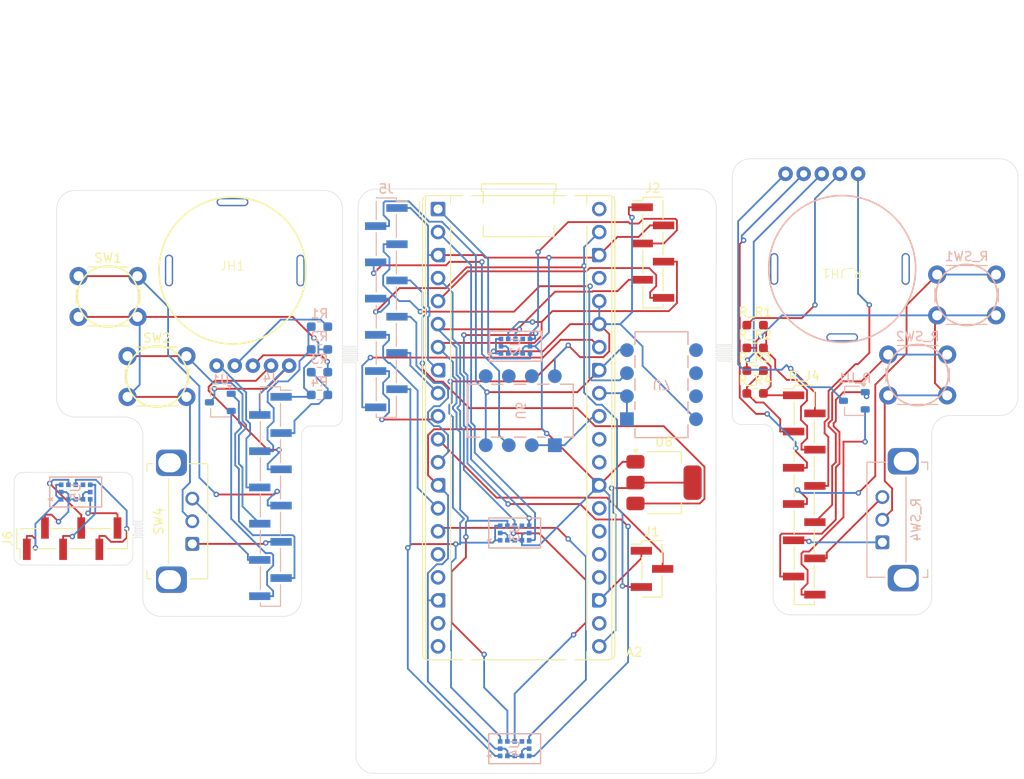
<source format=kicad_pcb>
(kicad_pcb (version 20241229) (generator "pcbnew") (generator_version "9.0")
  (layers (0 "F.Cu" signal) (2 "B.Cu" signal) (13 "F.Paste" user) (15 "B.Paste" user) (5 "F.SilkS" user "F.Silkscreen") (7 "B.SilkS" user "B.Silkscreen") (1 "F.Mask" user) (3 "B.Mask" user) (25 "Edge.Cuts" user))
  (net 0 "")
  (net 1 "D1_XSHUT")
  (net 2 "D4_XSHUT")
  (net 3 "+3.3V")
  (net 5 "GND")
  (net 7 "SCL")
  (net 9 "D3_XSHUT")
  (net 11 "SW2")
  (net 12 "Net-(A2-GPIO11)")
  (net 13 "X_ADC")
  (net 14 "SW1")
  (net 16 "AGND")
  (net 17 "Net-(A2-GPIO16)")
  (net 19 "D2_XSHUT")
  (net 23 "DATA")
  (net 24 "Y_ADC")
  (net 25 "B")
  (net 26 "A")
  (net 30 "SDA")
  (net 31 "External 5v")
  (net 32 "Trigger_ADC")
  (net 34 "Net-(JH1-Y)")
  (net 35 "Net-(JH1-X)")
  (net 36 "JH_SW")
  (net 37 "J_External 5v")
  (net 38 "J_JH_SW")
  (net 43 "J_AGND")
  (net 44 "J_X_ADC")
  (net 45 "J_Y_ADC")
  (net 46 "J_SW1")
  (net 47 "J_SW2")
  (net 48 "J_B")
  (net 49 "J_A")
  (net 50 "J_Trigger_ADC")
  (net 51 "T_GND")
  (net 52 "T_SDA")
  (net 53 "T_GPIO1")
  (net 54 "T_SCL")
  (net 55 "T_D4_XSHUT")
  (net 56 "T_3.3v")
  (net 57 "Net-(J5-Pin_4)")
  (net 58 "Net-(J5-Pin_3)")
  (net 59 "J_3.3v")
  (net 60 "J_GND")
  (footprint "Package_TO_SOT_SMD:SOT-223-3_TabPin2" (layer "F.Cu") (at 146.47 74.24)
    (property "Reference" "U8")
    (property "Value" "AMS1117-3.3")
  )
  (footprint "Connector_PinHeader_2.00mm:PinHeader_1x03_P2.00mm_Vertical_SMD_Pin1Left" (layer "F.Cu") (at 145.145 83.76)
    (property "Reference" "J1")
    (property "Value" "Conn_01x03" (hide yes))
  )
  (footprint "MountingHole:MountingHole_3.2mm_M3" (layer "F.Cu") (at 115.5 103.5)
    (property "Reference" "M3" (hide yes))
    (property "Value" "MountingHole_3.2mm_M3" (hide yes))
  )
  (footprint "Button_Switch_THT:SW_PUSH_6mm_H8mm" (layer "F.Cu") (at 81.905 51.4504)
    (property "Reference" "SW1")
    (property "Value" "SW_Push")
  )
  (footprint "MountingHole:MountingHole_3.2mm_M3" (layer "F.Cu") (at 149.4 103.5)
    (property "Reference" "M4" (hide yes))
    (property "Value" "MountingHole_3.2mm_M3" (hide yes))
  )
  (footprint "Button_Switch_THT:SW_PUSH_6mm_H8mm" (layer "F.Cu") (at 87.305 60.28)
    (property "Reference" "SW2")
    (property "Value" "SW_Push")
  )
  (footprint "Connector_PinHeader_2.00mm:PinHeader_1x12_P2.00mm_Vertical_SMD_Pin1Left" (layer "F.Cu") (at 161.935 75.6)
    (property "Reference" "R_J4")
    (property "Value" "Conn_01x12" (hide yes))
  )
  (footprint "JH16:JH16" (layer "F.Cu") (at 98.88 50.83)
    (property "Reference" "JH1")
    (property "Value" "~")
  )
  (footprint "Connector_PinHeader_2.00mm:PinHeader_1x06_P2.00mm_Vertical_SMD_Pin1Left" (layer "F.Cu") (at 81.2 80.425 90)
    (property "Reference" "J6")
    (property "Value" "Conn_01x06" (hide yes))
  )
  (footprint "Module:RaspberryPi_Pico_Common_THT" (layer "F.Cu") (at 121.55 44.05)
    (property "Reference" "A2")
    (property "Value" "RaspberryPi_Pico_W")
  )
  (footprint "Resistor_SMD:R_0603_1608Metric_Pad0.98x0.95mm_HandSolder" (layer "F.Cu") (at 156.5225 59.37)
    (property "Reference" "R_R2")
    (property "Value" "R")
  )
  (footprint "MountingHole:MountingHole_3.2mm_M3" (layer "F.Cu") (at 82.3 64.3)
    (property "Reference" "M1" (hide yes))
    (property "Value" "MountingHole_3.2mm_M3" (hide yes))
  )
  (footprint "Resistor_SMD:R_0603_1608Metric_Pad0.98x0.95mm_HandSolder" (layer "F.Cu") (at 156.5225 64.39)
    (property "Reference" "R_R4")
    (property "Value" "R")
  )
  (footprint "Connector_PinHeader_2.00mm:PinHeader_1x06_P2.00mm_Vertical_SMD_Pin1Left" (layer "F.Cu") (at 145.245 48.85)
    (property "Reference" "J2")
    (property "Value" "Conn_01x06" (hide yes))
  )
  (footprint "JH16:JH16" (layer "F.Cu") (at 166.12 50.66 180)
    (property "Reference" "R_JH1")
    (property "Value" "~")
  )
  (footprint "Resistor_SMD:R_0603_1608Metric_Pad0.98x0.95mm_HandSolder" (layer "F.Cu") (at 156.5225 61.88)
    (property "Reference" "R_R3")
    (property "Value" "R")
  )
  (footprint "Resistor_SMD:R_0603_1608Metric_Pad0.98x0.95mm_HandSolder" (layer "F.Cu") (at 156.5225 56.86)
    (property "Reference" "R_R1")
    (property "Value" "R")
  )
  (footprint "Rotary_Encoder:RotaryEncoder_Bourns_Horizontal_PEC12R-2x17F-Nxxxx" (layer "F.Cu") (at 94.45 81 180)
    (property "Reference" "SW4")
    (property "Value" "RotaryEncoder")
  )
  (footprint "MountingHole:MountingHole_3.2mm_M3" (layer "F.Cu") (at 82.3 44.9)
    (property "Reference" "M2" (hide yes))
    (property "Value" "MountingHole_3.2mm_M3" (hide yes))
  )
  (footprint "VL53:LGA12_STM" (layer "B.Cu") (at 130 103.6 -90)
    (property "Reference" "U4")
    (property "Value" "VL53L4CDV0DH/1" (hide yes))
  )
  (footprint "Button_Switch_THT:SW_PUSH_6mm_H8mm" (layer "B.Cu") (at 183.095 51.2804 180)
    (property "Reference" "R_SW1")
    (property "Value" "SW_Push")
  )
  (footprint "MountingHole:MountingHole_3.2mm_M3" (layer "B.Cu") (at 182.7 44.73 180)
    (property "Reference" "M6" (hide yes))
    (property "Value" "MountingHole_3.2mm_M3" (hide yes))
  )
  (footprint "Connector_PinHeader_2.00mm:PinHeader_1x12_P2.00mm_Vertical_SMD_Pin1Left" (layer "B.Cu") (at 115.845 54.93 180)
    (property "Reference" "J5")
    (property "Value" "Conn_01x12" (hide yes))
  )
  (footprint "VL53:LGA12_STM" (layer "B.Cu") (at 130 79.8 -90)
    (property "Reference" "U3")
    (property "Value" "VL53L4CDV0DH/1")
  )
  (footprint "VL53:LGA12_STM" (layer "B.Cu") (at 81.59 75.28 -90)
    (property "Reference" "U5")
    (property "Value" "VL53L4CDV0DH/1" (hide yes))
  )
  (footprint "LM358:DIP8_300" (layer "B.Cu") (at 150 59.62)
    (property "Reference" "U7")
    (property "Value" "LMV358")
  )
  (footprint "MountingHole:MountingHole_3.2mm_M3" (layer "B.Cu") (at 182.7 64.13 180)
    (property "Reference" "M5" (hide yes))
    (property "Value" "MountingHole_3.2mm_M3" (hide yes))
  )
  (footprint "Resistor_SMD:R_0603_1608Metric_Pad0.98x0.95mm_HandSolder" (layer "B.Cu") (at 108.4775 59.54 180)
    (property "Reference" "R2")
    (property "Value" "R")
  )
  (footprint "LM358:DIP8_300" (layer "B.Cu") (at 126.81 62.49 90)
    (property "Reference" "U6")
    (property "Value" "LMV358")
  )
  (footprint "Resistor_SMD:R_0603_1608Metric_Pad0.98x0.95mm_HandSolder" (layer "B.Cu") (at 108.4775 62.05 180)
    (property "Reference" "R3")
    (property "Value" "R")
  )
  (footprint "Package_TO_SOT_SMD:SOT-23W" (layer "B.Cu") (at 97.54 65.38 180)
    (property "Reference" "U1")
    (property "Value" "A1308xLHxx-1")
  )
  (footprint "VL53:LGA12_STM" (layer "B.Cu") (at 130.09 59.19 -90)
    (property "Reference" "U2")
    (property "Value" "VL53L4CDV0DH/1")
  )
  (footprint "Package_TO_SOT_SMD:SOT-23W" (layer "B.Cu") (at 167.46 65.21 180)
    (property "Reference" "R_U1")
    (property "Value" "A1308xLHxx-1")
  )
  (footprint "Connector_PinHeader_2.00mm:PinHeader_1x12_P2.00mm_Vertical_SMD_Pin1Left" (layer "B.Cu") (at 103.065 75.77 180)
    (property "Reference" "J4")
    (property "Value" "Conn_01x12" (hide yes))
  )
  (footprint "Rotary_Encoder:RotaryEncoder_Bourns_Horizontal_PEC12R-2x17F-Nxxxx" (layer "B.Cu") (at 170.55 80.83)
    (property "Reference" "R_SW4")
    (property "Value" "RotaryEncoder")
  )
  (footprint "Button_Switch_THT:SW_PUSH_6mm_H8mm" (layer "B.Cu") (at 177.695 60.11 180)
    (property "Reference" "R_SW2")
    (property "Value" "SW_Push")
  )
  (footprint "Resistor_SMD:R_0603_1608Metric_Pad0.98x0.95mm_HandSolder" (layer "B.Cu") (at 108.4775 57.03 180)
    (property "Reference" "R1")
    (property "Value" "R")
  )
  (footprint "Resistor_SMD:R_0603_1608Metric_Pad0.98x0.95mm_HandSolder" (layer "B.Cu") (at 108.4775 64.56 180)
    (property "Reference" "R4")
    (property "Value" "R")
  )
  (gr_circle (center 90.555 62.53) (end 93.93 62.53) (stroke (width 0.18)) (fill no) (layer "F.SilkS"))
  (gr_circle (center 98.88 50.83) (end 106.98 50.83) (stroke (width 0.18)) (fill no) (layer "F.SilkS"))
  (gr_circle (center 85.155 53.700363) (end 88.53 53.700363) (stroke (width 0.18)) (fill no) (layer "F.SilkS"))
  (gr_circle (center 174.445 62.36) (end 171.07 62.36) (stroke (width 0.18)) (fill no) (layer "B.SilkS"))
  (gr_circle (center 166.12 50.66) (end 158.02 50.66) (stroke (width 0.18)) (fill no) (layer "B.SilkS"))
  (gr_circle (center 179.845 53.530363) (end 176.47 53.530363) (stroke (width 0.18)) (fill no) (layer "B.SilkS"))
  (gr_line (start 150.229999 41.83) (end 114.726548 41.83) (stroke (width 0.05)) (layer "Edge.Cuts"))
  (gr_line (start 112.7 59.8) (end 112.7 60) (stroke (width 0.05)) (layer "Edge.Cuts"))
  (gr_line (start 86.9001 73.103872) (end 75.8 73.1) (stroke (width 0.05)) (layer "Edge.Cuts"))
  (gr_line (start 112.5 61) (end 112.5 104.331324) (stroke (width 0.05)) (layer "Edge.Cuts"))
  (gr_line (start 112.7 59.2) (end 112.726551 43.826546) (stroke (width 0.05)) (layer "Edge.Cuts"))
  (gr_line (start 154 59.63) (end 152.2 59.6) (stroke (width 0.05)) (layer "Edge.Cuts"))
  (gr_line (start 88.1 79.7) (end 89 79.7) (stroke (width 0.05)) (layer "Edge.Cuts"))
  (gr_line (start 111 64) (end 111 67) (stroke (width 0.05)) (layer "Edge.Cuts"))
  (gr_line (start 89 80.3) (end 87.9 80.3) (stroke (width 0.05)) (layer "Edge.Cuts"))
  (gr_line (start 111 59.6) (end 112.7 59.6) (stroke (width 0.05)) (layer "Edge.Cuts"))
  (gr_line (start 89 78.7) (end 89 78.9) (stroke (width 0.05)) (layer "Edge.Cuts"))
  (gr_line (start 89 79.9) (end 87.9 79.9) (stroke (width 0.05)) (layer "Edge.Cuts"))
  (gr_line (start 154 60.83) (end 152.2 60.8) (stroke (width 0.05)) (layer "Edge.Cuts"))
  (gr_line (start 154 60.03) (end 152.2 60) (stroke (width 0.05)) (layer "Edge.Cuts"))
  (gr_line (start 185.5 40.5) (end 185.5 64.83) (stroke (width 0.05)) (layer "Edge.Cuts"))
  (gr_line (start 111 59.4) (end 112.7 59.4) (stroke (width 0.05)) (layer "Edge.Cuts"))
  (gr_line (start 154 59.43) (end 154 59.2) (stroke (width 0.05)) (layer "Edge.Cuts"))
  (gr_arc (start 106.5 87) (mid 105.914214 88.414214) (end 104.5 89) (stroke (width 0.05)) (layer "Edge.Cuts"))
  (gr_arc (start 160.5 88.83) (mid 159.085786 88.244214) (end 158.5 86.83) (stroke (width 0.05)) (layer "Edge.Cuts"))
  (gr_line (start 87.9 80.1) (end 87.9 79.9) (stroke (width 0.05)) (layer "Edge.Cuts"))
  (gr_line (start 111 61) (end 112.5 61) (stroke (width 0.05)) (layer "Edge.Cuts"))
  (gr_line (start 89 79.5) (end 89 79.7) (stroke (width 0.05)) (layer "Edge.Cuts"))
  (gr_line (start 111 60.2) (end 112.7 60.2) (stroke (width 0.05)) (layer "Edge.Cuts"))
  (gr_arc (start 185.5 64.83) (mid 184.914214 66.244214) (end 183.5 66.83) (stroke (width 0.05)) (layer "Edge.Cuts"))
  (gr_line (start 154 59.2) (end 152.2 59.2) (stroke (width 0.05)) (layer "Edge.Cuts"))
  (gr_arc (start 176 86.83) (mid 175.414214 88.244214) (end 174 88.83) (stroke (width 0.05)) (layer "Edge.Cuts"))
  (gr_line (start 154 59.43) (end 152.2 59.4) (stroke (width 0.05)) (layer "Edge.Cuts"))
  (gr_arc (start 75.78 83.335) (mid 75.072893 83.042107) (end 74.78 82.335) (stroke (width 0.05)) (layer "Edge.Cuts"))
  (gr_line (start 152.2 59.4) (end 152.2 59.2) (stroke (width 0.05)) (layer "Edge.Cuts"))
  (gr_line (start 154 60.23) (end 152.2 60.2) (stroke (width 0.05)) (layer "Edge.Cuts"))
  (gr_line (start 183.5 66.83) (end 178 66.83) (stroke (width 0.05)) (layer "Edge.Cuts"))
  (gr_line (start 89 80.3) (end 89 87) (stroke (width 0.05)) (layer "Edge.Cuts"))
  (gr_line (start 152.2 60.8) (end 152.229999 104.33) (stroke (width 0.05)) (layer "Edge.Cuts"))
  (gr_line (start 114.5 106.33) (end 150.229999 106.33) (stroke (width 0.05)) (layer "Edge.Cuts"))
  (gr_line (start 157.5 67.83) (end 155 67.83) (stroke (width 0.05)) (layer "Edge.Cuts"))
  (gr_line (start 111 60) (end 111 59.8) (stroke (width 0.05)) (layer "Edge.Cuts"))
  (gr_line (start 89 79.9) (end 89 80.1) (stroke (width 0.05)) (layer "Edge.Cuts"))
  (gr_line (start 79.5 44) (end 79.5 65) (stroke (width 0.05)) (layer "Edge.Cuts"))
  (gr_line (start 152.23 43.83) (end 152.2 59.03) (stroke (width 0.05)) (layer "Edge.Cuts"))
  (gr_line (start 87.9 78.9) (end 89 78.9) (stroke (width 0.05)) (layer "Edge.Cuts"))
  (gr_line (start 75.78 83.335) (end 86.900022 83.348191) (stroke (width 0.05)) (layer "Edge.Cuts"))
  (gr_line (start 107.5 68) (end 110 68) (stroke (width 0.05)) (layer "Edge.Cuts"))
  (gr_line (start 112.7 60.2) (end 112.7 60.4) (stroke (width 0.05)) (layer "Edge.Cuts"))
  (gr_line (start 154 60.63) (end 154 60.43) (stroke (width 0.05)) (layer "Edge.Cuts"))
  (gr_line (start 154 63.83) (end 154 66.83) (stroke (width 0.05)) (layer "Edge.Cuts"))
  (gr_line (start 176.000001 68.829999) (end 176 86.83) (stroke (width 0.05)) (layer "Edge.Cuts"))
  (gr_line (start 111 59.2) (end 112.7 59.2) (stroke (width 0.05)) (layer "Edge.Cuts"))
  (gr_line (start 112.7 60.6) (end 111 60.6) (stroke (width 0.05)) (layer "Edge.Cuts"))
  (gr_line (start 111 60.4) (end 111 60.2) (stroke (width 0.05)) (layer "Edge.Cuts"))
  (gr_line (start 88.1 79.7) (end 88.1 79.5) (stroke (width 0.05)) (layer "Edge.Cuts"))
  (gr_line (start 154 60.63) (end 152.2 60.6) (stroke (width 0.05)) (layer "Edge.Cuts"))
  (gr_line (start 152.2 60.6) (end 152.2 60.4) (stroke (width 0.05)) (layer "Edge.Cuts"))
  (gr_line (start 158.5 86.83) (end 158.5 68.83) (stroke (width 0.05)) (layer "Edge.Cuts"))
  (gr_arc (start 91 89) (mid 89.585786 88.414214) (end 89 87) (stroke (width 0.05)) (layer "Edge.Cuts"))
  (gr_line (start 74.8 74.1) (end 74.78 82.335) (stroke (width 0.05)) (layer "Edge.Cuts"))
  (gr_line (start 111 60) (end 112.7 60) (stroke (width 0.05)) (layer "Edge.Cuts"))
  (gr_line (start 154 60.83) (end 154 63.83) (stroke (width 0.05)) (layer "Edge.Cuts"))
  (gr_line (start 111 59.8) (end 112.7 59.8) (stroke (width 0.05)) (layer "Edge.Cuts"))
  (gr_line (start 91 89) (end 104.5 89) (stroke (width 0.05)) (layer "Edge.Cuts"))
  (gr_line (start 112.7 60.6) (end 112.7 60.8) (stroke (width 0.05)) (layer "Edge.Cuts"))
  (gr_line (start 112.7 59.4) (end 112.7 59.6) (stroke (width 0.05)) (layer "Edge.Cuts"))
  (gr_line (start 111 61) (end 111 64) (stroke (width 0.05)) (layer "Edge.Cuts"))
  (gr_arc (start 114.5 106.33) (mid 113.08627 105.744673) (end 112.5 104.331324) (stroke (width 0.05)) (layer "Edge.Cuts"))
  (gr_line (start 154 59.83) (end 154 59.63) (stroke (width 0.05)) (layer "Edge.Cuts"))
  (gr_line (start 152.2 60.2) (end 152.2 60) (stroke (width 0.05)) (layer "Edge.Cuts"))
  (gr_arc (start 112.726551 43.826546) (mid 113.313559 42.414583) (end 114.726548 41.83) (stroke (width 0.05)) (layer "Edge.Cuts"))
  (gr_arc (start 74.8 74.1) (mid 75.092893 73.392893) (end 75.8 73.1) (stroke (width 0.05)) (layer "Edge.Cuts"))
  (gr_arc (start 81.5 67) (mid 80.085786 66.414214) (end 79.5 65) (stroke (width 0.05)) (layer "Edge.Cuts"))
  (gr_arc (start 183.5 38.5) (mid 184.914214 39.085786) (end 185.5 40.5) (stroke (width 0.05)) (layer "Edge.Cuts"))
  (gr_line (start 87.9 80.1) (end 89 80.1) (stroke (width 0.05)) (layer "Edge.Cuts"))
  (gr_arc (start 111 67) (mid 110.707107 67.707107) (end 110 68) (stroke (width 0.05)) (layer "Edge.Cuts"))
  (gr_arc (start 87 67) (mid 88.414214 67.585786) (end 89 69) (stroke (width 0.05)) (layer "Edge.Cuts"))
  (gr_line (start 88.1 79.1) (end 89 79.1) (stroke (width 0.05)) (layer "Edge.Cuts"))
  (gr_line (start 152.2 59.8) (end 152.2 59.6) (stroke (width 0.05)) (layer "Edge.Cuts"))
  (gr_line (start 87.9 78.500227) (end 89 78.5) (stroke (width 0.05)) (layer "Edge.Cuts"))
  (gr_arc (start 150.229999 41.83) (mid 151.644213 42.415786) (end 152.229999 43.83) (stroke (width 0.05)) (layer "Edge.Cuts"))
  (gr_line (start 87.9 80.3) (end 87.9 82.34159) (stroke (width 0.05)) (layer "Edge.Cuts"))
  (gr_arc (start 155 67.83) (mid 154.292893 67.537107) (end 154 66.83) (stroke (width 0.05)) (layer "Edge.Cuts"))
  (gr_line (start 111 59.2) (end 111 44) (stroke (width 0.05)) (layer "Edge.Cuts"))
  (gr_arc (start 109 42) (mid 110.414214 42.585786) (end 111 44) (stroke (width 0.05)) (layer "Edge.Cuts"))
  (gr_line (start 154 59.03) (end 152.2 59.03) (stroke (width 0.05)) (layer "Edge.Cuts"))
  (gr_arc (start 176 68.83) (mid 176.585786 67.415786) (end 178 66.83) (stroke (width 0.05)) (layer "Edge.Cuts"))
  (gr_line (start 89 79.3) (end 88.1 79.3) (stroke (width 0.05)) (layer "Edge.Cuts"))
  (gr_line (start 111 60.8) (end 111 60.6) (stroke (width 0.05)) (layer "Edge.Cuts"))
  (gr_line (start 154 60.23) (end 154 60.03) (stroke (width 0.05)) (layer "Edge.Cuts"))
  (gr_line (start 156 38.5) (end 183.5 38.5) (stroke (width 0.05)) (layer "Edge.Cuts"))
  (gr_arc (start 79.5 44) (mid 80.085786 42.585786) (end 81.5 42) (stroke (width 0.05)) (layer "Edge.Cuts"))
  (gr_arc (start 87.9 82.34159) (mid 87.609468 83.052969) (end 86.900022 83.348191) (stroke (width 0.05)) (layer "Edge.Cuts"))
  (gr_line (start 88.1 79.3) (end 88.1 79.1) (stroke (width 0.05)) (layer "Edge.Cuts"))
  (gr_arc (start 154 40.5) (mid 154.585785 39.085784) (end 156 38.5) (stroke (width 0.05)) (layer "Edge.Cuts"))
  (gr_line (start 106.5 87) (end 106.5 69) (stroke (width 0.05)) (layer "Edge.Cuts"))
  (gr_line (start 89 78.5) (end 89 69) (stroke (width 0.05)) (layer "Edge.Cuts"))
  (gr_line (start 174 88.83) (end 160.5 88.83) (stroke (width 0.05)) (layer "Edge.Cuts"))
  (gr_arc (start 106.5 69) (mid 106.792893 68.292893) (end 107.5 68) (stroke (width 0.05)) (layer "Edge.Cuts"))
  (gr_line (start 111 60.8) (end 112.7 60.8) (stroke (width 0.05)) (layer "Edge.Cuts"))
  (gr_line (start 81.5 67) (end 87 67) (stroke (width 0.05)) (layer "Edge.Cuts"))
  (gr_line (start 111 59.6) (end 111 59.4) (stroke (width 0.05)) (layer "Edge.Cuts"))
  (gr_line (start 87.9 78.500227) (end 87.9 74.1) (stroke (width 0.05)) (layer "Edge.Cuts"))
  (gr_arc (start 157.5 67.83) (mid 158.207107 68.122893) (end 158.5 68.83) (stroke (width 0.05)) (layer "Edge.Cuts"))
  (gr_line (start 154 59.83) (end 152.2 59.8) (stroke (width 0.05)) (layer "Edge.Cuts"))
  (gr_line (start 109 42) (end 81.5 42) (stroke (width 0.05)) (layer "Edge.Cuts"))
  (gr_arc (start 86.900008 73.103872) (mid 87.605767 73.395385) (end 87.9 74.1) (stroke (width 0.05)) (layer "Edge.Cuts"))
  (gr_line (start 89 79.1) (end 89 79.3) (stroke (width 0.05)) (layer "Edge.Cuts"))
  (gr_line (start 154 60.43) (end 152.2 60.4) (stroke (width 0.05)) (layer "Edge.Cuts"))
  (gr_line (start 87.9 78.7) (end 89 78.7) (stroke (width 0.05)) (layer "Edge.Cuts"))
  (gr_line (start 154 59.03) (end 154 40.5) (stroke (width 0.05)) (layer "Edge.Cuts"))
  (gr_arc (start 152.229999 104.33) (mid 151.644213 105.744214) (end 150.229999 106.33) (stroke (width 0.05)) (layer "Edge.Cuts"))
  (gr_line (start 88.1 79.5) (end 89 79.5) (stroke (width 0.05)) (layer "Edge.Cuts"))
  (gr_line (start 111 60.4) (end 112.7 60.4) (stroke (width 0.05)) (layer "Edge.Cuts"))
  (gr_line (start 87.9 78.9) (end 87.9 78.7) (stroke (width 0.05)) (layer "Edge.Cuts"))
  (segment (start 121.55 44.05) (end 127.077 49.5767) (width 0.2) (layer "B.Cu") (net 1))
  (segment (start 131.69 60.5457) (end 131.69 59.99) (width 0.2) (layer "B.Cu") (net 1))
  (segment (start 127.077 59.9952) (end 127.627 60.5457) (width 0.2) (layer "B.Cu") (net 1))
  (segment (start 127.077 49.5767) (end 127.077 59.9952) (width 0.2) (layer "B.Cu") (net 1))
  (segment (start 127.627 60.5457) (end 131.69 60.5457) (width 0.2) (layer "B.Cu") (net 1))
  (segment (start 138.273 50.5604) (end 144.834 50.5604) (width 0.2) (layer "F.Cu") (net 2))
  (segment (start 121.55 54.21) (end 124.834 50.9256) (width 0.2) (layer "F.Cu") (net 2))
  (segment (start 145.61 52.547) (end 144.943 53.2142) (width 0.2) (layer "F.Cu") (net 2))
  (segment (start 124.834 50.9256) (end 137.907 50.9256) (width 0.2) (layer "F.Cu") (net 2))
  (segment (start 137.907 50.9256) (end 138.273 50.5604) (width 0.2) (layer "F.Cu") (net 2))
  (segment (start 144.943 53.85) (end 146.42 53.85) (width 0.2) (layer "F.Cu") (net 2))
  (segment (start 144.834 50.5604) (end 145.61 51.3372) (width 0.2) (layer "F.Cu") (net 2))
  (segment (start 144.943 53.2142) (end 144.943 53.85) (width 0.2) (layer "F.Cu") (net 2))
  (segment (start 145.61 51.3372) (end 145.61 52.547) (width 0.2) (layer "F.Cu") (net 2))
  (segment (start 123.498 81.0215) (end 118.625 81.0215) (width 0.2) (layer "F.Cu") (net 3))
  (segment (start 140.432 57.8517) (end 140.432 59.7464) (width 0.2) (layer "F.Cu") (net 3))
  (segment (start 144.07 43.85) (end 142.593 43.85) (width 0.2) (layer "F.Cu") (net 3))
  (segment (start 139.33 56.75) (end 136.122 56.75) (width 0.2) (layer "F.Cu") (net 3))
  (segment (start 118.625 81.0215) (end 118.215 81.4315) (width 0.2) (layer "F.Cu") (net 3))
  (segment (start 133.126 59.7461) (end 127.678 59.7461) (width 0.2) (layer "F.Cu") (net 3))
  (segment (start 139.33 56.75) (end 140.432 57.8517) (width 0.2) (layer "F.Cu") (net 3))
  (segment (start 139.786 60.3917) (end 137.222 60.3917) (width 0.2) (layer "F.Cu") (net 3))
  (segment (start 136.122 56.75) (end 133.126 59.7461) (width 0.2) (layer "F.Cu") (net 3))
  (segment (start 131.923 63.068) (end 122.894 63.068) (width 0.2) (layer "F.Cu") (net 3))
  (segment (start 135.911 59.0807) (end 131.923 63.068) (width 0.2) (layer "F.Cu") (net 3))
  (segment (start 142.593 43.85) (end 142.593 44.6315) (width 0.2) (layer "F.Cu") (net 3))
  (segment (start 137.222 60.3917) (end 135.911 59.0807) (width 0.2) (layer "F.Cu") (net 3))
  (segment (start 140.432 59.7464) (end 139.786 60.3917) (width 0.2) (layer "F.Cu") (net 3))
  (segment (start 142.593 44.6315) (end 142.941 44.9791) (width 0.2) (layer "F.Cu") (net 3))
  (via (at 123.498 81.0215) (size 0.6) (drill 0.3) (layers "F.Cu" "B.Cu") (net 3))
  (via (at 142.941 44.9791) (size 0.6) (drill 0.3) (layers "F.Cu" "B.Cu") (net 3))
  (via (at 135.911 59.0807) (size 0.6) (drill 0.3) (layers "F.Cu" "B.Cu") (net 3))
  (via (at 118.215 81.4315) (size 0.6) (drill 0.3) (layers "F.Cu" "B.Cu") (net 3))
  (via (at 122.894 63.068) (size 0.6) (drill 0.3) (layers "F.Cu" "B.Cu") (net 3))
  (via (at 127.678 59.7461) (size 0.6) (drill 0.3) (layers "F.Cu" "B.Cu") (net 3))
  (segment (start 127.844 79) (end 127.844 80.6) (width 0.2) (layer "B.Cu") (net 3))
  (segment (start 123.498 82.5644) (end 123.498 81.0215) (width 0.2) (layer "B.Cu") (net 3))
  (segment (start 123.066 65.4017) (end 123.066 63.24) (width 0.2) (layer "B.Cu") (net 3))
  (segment (start 123.066 63.24) (end 122.894 63.068) (width 0.2) (layer "B.Cu") (net 3))
  (segment (start 144.106 61.3461) (end 144.106 59.2119) (width 0.2) (layer "B.Cu") (net 3))
  (segment (start 142.941 44.9791) (end 142.941 55.4533) (width 0.2) (layer "B.Cu") (net 3))
  (segment (start 150 67.24) (end 144.106 61.3461) (width 0.2) (layer "B.Cu") (net 3))
  (segment (start 128.4 104.4) (end 127.844 104.4) (width 0.2) (layer "B.Cu") (net 3))
  (segment (start 123.498 81.0215) (end 123.992 81.0215) (width 0.2) (layer "B.Cu") (net 3))
  (segment (start 124.384 78.2854) (end 124.384 78.2028) (width 0.2) (layer "B.Cu") (net 3))
  (segment (start 122.979 83.0834) (end 123.498 82.5644) (width 0.2) (layer "B.Cu") (net 3))
  (segment (start 123.992 80.8634) (end 127.581 80.8634) (width 0.2) (layer "B.Cu") (net 3))
  (segment (start 141.644 56.75) (end 139.33 56.75) (width 0.2) (layer "B.Cu") (net 3))
  (segment (start 128.4 80.6) (end 127.844 80.6) (width 0.2) (layer "B.Cu") (net 3))
  (segment (start 128.4 102.244) (end 122.979 96.8236) (width 0.2) (layer "B.Cu") (net 3))
  (segment (start 127.934 58.39) (end 128.49 58.39) (width 0.2) (layer "B.Cu") (net 3))
  (segment (start 122.788 65.6805) (end 123.066 65.4017) (width 0.2) (layer "B.Cu") (net 3))
  (segment (start 127.844 104.4) (end 118.215 94.771) (width 0.2) (layer "B.Cu") (net 3))
  (segment (start 128.49 59.99) (end 127.934 59.99) (width 0.2) (layer "B.Cu") (net 3))
  (segment (start 118.497 63.93) (end 118.497 81.1501) (width 0.2) (layer "B.Cu") (net 3))
  (segment (start 139.33 54.21) (end 139.33 56.75) (width 0.2) (layer "B.Cu") (net 3))
  (segment (start 123.992 78.6769) (end 124.384 78.2854) (width 0.2) (layer "B.Cu") (net 3))
  (segment (start 134.43 60.5614) (end 134.43 62.49) (width 0.2) (layer "B.Cu") (net 3))
  (segment (start 123.188 66.9991) (end 122.788 66.5987) (width 0.2) (layer "B.Cu") (net 3))
  (segment (start 124.384 78.2028) (end 123.188 77.0071) (width 0.2) (layer "B.Cu") (net 3))
  (segment (start 142.941 55.4533) (end 141.644 56.75) (width 0.2) (layer "B.Cu") (net 3))
  (segment (start 127.806 59.7461) (end 127.934 59.8741) (width 0.2) (layer "B.Cu") (net 3))
  (segment (start 123.992 81.0215) (end 123.992 80.8634) (width 0.2) (layer "B.Cu") (net 3))
  (segment (start 117.02 63.93) (end 118.497 63.93) (width 0.2) (layer "B.Cu") (net 3))
  (segment (start 118.215 94.771) (end 118.215 81.4315) (width 0.2) (layer "B.Cu") (net 3))
  (segment (start 128.4 79) (end 127.844 79) (width 0.2) (layer "B.Cu") (net 3))
  (segment (start 144.106 59.2119) (end 141.644 56.75) (width 0.2) (layer "B.Cu") (net 3))
  (segment (start 118.497 81.1501) (end 118.215 81.4315) (width 0.2) (layer "B.Cu") (net 3))
  (segment (start 128.4 102.8) (end 128.4 102.244) (width 0.2) (layer "B.Cu") (net 3))
  (segment (start 127.581 80.8634) (end 127.844 80.6) (width 0.2) (layer "B.Cu") (net 3))
  (segment (start 127.934 59.8741) (end 127.934 59.7461) (width 0.2) (layer "B.Cu") (net 3))
  (segment (start 122.788 66.5987) (end 122.788 65.6805) (width 0.2) (layer "B.Cu") (net 3))
  (segment (start 127.934 59.99) (end 127.934 59.8741) (width 0.2) (layer "B.Cu") (net 3))
  (segment (start 123.188 77.0071) (end 123.188 66.9991) (width 0.2) (layer "B.Cu") (net 3))
  (segment (start 123.992 80.8634) (end 123.992 78.6769) (width 0.2) (layer "B.Cu") (net 3))
  (segment (start 127.678 59.7461) (end 127.934 59.7461) (width 0.2) (layer "B.Cu") (net 3))
  (segment (start 122.979 96.8236) (end 122.979 83.0834) (width 0.2) (layer "B.Cu") (net 3))
  (segment (start 135.911 59.0807) (end 134.43 60.5614) (width 0.2) (layer "B.Cu") (net 3))
  (segment (start 127.934 59.7461) (end 127.934 58.39) (width 0.2) (layer "B.Cu") (net 3))
  (segment (start 121.094 68.3483) (end 120.448 68.9937) (width 0.2) (layer "F.Cu") (net 5))
  (segment (start 143.67 47.1233) (end 144.943 45.85) (width 0.2) (layer "F.Cu") (net 5))
  (segment (start 143.32 71.94) (end 141.92 71.94) (width 0.2) (layer "F.Cu") (net 5))
  (segment (start 144.943 45.85) (end 146.42 45.85) (width 0.2) (layer "F.Cu") (net 5))
  (segment (start 139.33 49.13) (end 139.052 49.4079) (width 0.2) (layer "F.Cu") (net 5))
  (segment (start 141.92 71.94) (end 139.33 74.53) (width 0.2) (layer "F.Cu") (net 5))
  (segment (start 133.774 49.4079) (end 126.766 49.4079) (width 0.2) (layer "F.Cu") (net 5))
  (segment (start 126.766 49.4079) (end 126.488 49.13) (width 0.2) (layer "F.Cu") (net 5))
  (segment (start 133.067 68.3483) (end 121.094 68.3483) (width 0.2) (layer "F.Cu") (net 5))
  (segment (start 126.488 49.13) (end 121.55 49.13) (width 0.2) (layer "F.Cu") (net 5))
  (segment (start 133.613 68.8132) (end 133.532 68.8132) (width 0.2) (layer "F.Cu") (net 5))
  (segment (start 141.337 47.1233) (end 143.67 47.1233) (width 0.2) (layer "F.Cu") (net 5))
  (segment (start 120.448 68.9937) (end 120.448 73.4283) (width 0.2) (layer "F.Cu") (net 5))
  (segment (start 139.33 87.23) (end 143.97 82.59) (width 0.2) (layer "F.Cu") (net 5))
  (segment (start 133.532 68.8132) (end 133.067 68.3483) (width 0.2) (layer "F.Cu") (net 5))
  (segment (start 143.97 82.59) (end 143.97 81.76) (width 0.2) (layer "F.Cu") (net 5))
  (segment (start 139.33 74.53) (end 133.613 68.8132) (width 0.2) (layer "F.Cu") (net 5))
  (segment (start 139.33 49.13) (end 141.337 47.1233) (width 0.2) (layer "F.Cu") (net 5))
  (segment (start 139.052 49.4079) (end 133.774 49.4079) (width 0.2) (layer "F.Cu") (net 5))
  (segment (start 120.448 73.4283) (end 121.55 74.53) (width 0.2) (layer "F.Cu") (net 5))
  (via (at 133.532 68.8132) (size 0.6) (drill 0.3) (layers "F.Cu" "B.Cu") (net 5))
  (via (at 133.774 49.4079) (size 0.6) (drill 0.3) (layers "F.Cu" "B.Cu") (net 5))
  (segment (start 130.8 80.6) (end 130 80.6) (width 0.2) (layer "B.Cu") (net 5))
  (segment (start 122.652 75.6317) (end 122.652 82.6064) (width 0.2) (layer "B.Cu") (net 5))
  (segment (start 120.444 45.8768) (end 118.497 43.93) (width 0.2) (layer "B.Cu") (net 5))
  (segment (start 129.29 59.7121) (end 129.29 59.4343) (width 0.2) (layer "B.Cu") (net 5))
  (segment (start 129.29 59.99) (end 129.29 59.7121) (width 0.2) (layer "B.Cu") (net 5))
  (segment (start 132.704 81.1557) (end 139.33 74.53) (width 0.2) (layer "B.Cu") (net 5))
  (segment (start 131.6899 59.19) (end 131.69 59.19) (width 0.2) (layer "B.Cu") (net 5))
  (segment (start 120.444 60.7235) (end 120.444 55.9509) (width 0.2) (layer "B.Cu") (net 5))
  (segment (start 130.646 59.99) (end 130.646 59.9564) (width 0.2) (layer "B.Cu") (net 5))
  (segment (start 121.55 61.83) (end 120.444 60.7235) (width 0.2) (layer "B.Cu") (net 5))
  (segment (start 120.426 84.2322) (end 120.426 87.23) (width 0.2) (layer "B.Cu") (net 5))
  (segment (start 132.246 59.19) (end 133.774 57.6615) (width 0.2) (layer "B.Cu") (net 5))
  (segment (start 121.55 87.23) (end 120.426 87.23) (width 0.2) (layer "B.Cu") (net 5))
  (segment (start 128.956 79.8) (end 128.4 79.8) (width 0.2) (layer "B.Cu") (net 5))
  (segment (start 131.5999 79.8) (end 131.6 79.8) (width 0.2) (layer "B.Cu") (net 5))
  (segment (start 122.652 82.6064) (end 122.006 83.2517) (width 0.2) (layer "B.Cu") (net 5))
  (segment (start 120.607 54.956) (end 120.444 54.7921) (width 0.2) (layer "B.Cu") (net 5))
  (segment (start 120.444 54.7921) (end 120.444 49.13) (width 0.2) (layer "B.Cu") (net 5))
  (segment (start 132.989 68.2709) (end 132.989 59.9338) (width 0.2) (layer "B.Cu") (net 5))
  (segment (start 128.956 103.6) (end 128.4 103.6) (width 0.2) (layer "B.Cu") (net 5))
  (segment (start 130.8 104.122) (end 130.8 103.844) (width 0.2) (layer "B.Cu") (net 5))
  (segment (start 130 104.4) (end 130.556 104.4) (width 0.2) (layer "B.Cu") (net 5))
  (segment (start 131.69 59.19) (end 131.6901 59.19) (width 0.2) (layer "B.Cu") (net 5))
  (segment (start 130.8 80.6) (end 130.8 81.1557) (width 0.2) (layer "B.Cu") (net 5))
  (segment (start 133.774 57.6615) (end 133.774 49.4079) (width 0.2) (layer "B.Cu") (net 5))
  (segment (start 130.556 104.4) (end 130.556 104.366) (width 0.2) (layer "B.Cu") (net 5))
  (segment (start 129.2 104.122) (end 129.444 104.366) (width 0.2) (layer "B.Cu") (net 5))
  (segment (start 120.444 49.13) (end 121.55 49.13) (width 0.2) (layer "B.Cu") (net 5))
  (segment (start 130.89 59.7121) (end 130.89 59.4343) (width 0.2) (layer "B.Cu") (net 5))
  (segment (start 131.4 79.8) (end 131.5999 79.8) (width 0.2) (layer "B.Cu") (net 5))
  (segment (start 131.044 103.6) (end 131.6 103.6) (width 0.2) (layer "B.Cu") (net 5))
  (segment (start 131.044 79.8) (end 131.4 79.8) (width 0.2) (layer "B.Cu") (net 5))
  (segment (start 132.989 59.9338) (end 132.246 59.19) (width 0.2) (layer "B.Cu") (net 5))
  (segment (start 118.497 43.93) (end 117.02 43.93) (width 0.2) (layer "B.Cu") (net 5))
  (segment (start 133.532 68.8132) (end 132.989 68.2709) (width 0.2) (layer "B.Cu") (net 5))
  (segment (start 130.556 104.366) (end 130.8 104.122) (width 0.2) (layer "B.Cu") (net 5))
  (segment (start 127.844 103.6) (end 120.426 96.1821) (width 0.2) (layer "B.Cu") (net 5))
  (segment (start 129.2 104.122) (end 129.2 103.844) (width 0.2) (layer "B.Cu") (net 5))
  (segment (start 129.29 59.4343) (end 129.046 59.19) (width 0.2) (layer "B.Cu") (net 5))
  (segment (start 131.134 59.1901) (end 131.134 59.19) (width 0.2) (layer "B.Cu") (net 5))
  (segment (start 128.4 103.6) (end 127.844 103.6) (width 0.2) (layer "B.Cu") (net 5))
  (segment (start 120.607 55.787) (end 120.607 54.956) (width 0.2) (layer "B.Cu") (net 5))
  (segment (start 129.2 80.6) (end 129.2 80.0443) (width 0.2) (layer "B.Cu") (net 5))
  (segment (start 130.8 103.844) (end 131.044 103.6) (width 0.2) (layer "B.Cu") (net 5))
  (segment (start 129.2 103.844) (end 128.956 103.6) (width 0.2) (layer "B.Cu") (net 5))
  (segment (start 130.8 80.6) (end 130.8 80.0443) (width 0.2) (layer "B.Cu") (net 5))
  (segment (start 121.55 74.53) (end 122.652 75.6317) (width 0.2) (layer "B.Cu") (net 5))
  (segment (start 140.444 86.1163) (end 139.33 87.23) (width 0.2) (layer "B.Cu") (net 5))
  (segment (start 130.89 59.99) (end 130.89 59.7121) (width 0.2) (layer "B.Cu") (net 5))
  (segment (start 129.2 80.6) (end 130 80.6) (width 0.2) (layer "B.Cu") (net 5))
  (segment (start 129.444 104.366) (end 129.444 104.4) (width 0.2) (layer "B.Cu") (net 5))
  (segment (start 130.8 81.1557) (end 132.704 81.1557) (width 0.2) (layer "B.Cu") (net 5))
  (segment (start 131.044 79.8001) (end 131.044 79.8) (width 0.2) (layer "B.Cu") (net 5))
  (segment (start 120.426 96.1821) (end 120.426 87.23) (width 0.2) (layer "B.Cu") (net 5))
  (segment (start 129.046 59.19) (end 128.49 59.19) (width 0.2) (layer "B.Cu") (net 5))
  (segment (start 121.407 83.2517) (end 120.426 84.2322) (width 0.2) (layer "B.Cu") (net 5))
  (segment (start 130.09 59.99) (end 129.534 59.99) (width 0.2) (layer "B.Cu") (net 5))
  (segment (start 139.33 74.53) (end 140.444 75.6437) (width 0.2) (layer "B.Cu") (net 5))
  (segment (start 120.444 55.9509) (end 120.607 55.787) (width 0.2) (layer "B.Cu") (net 5))
  (segment (start 131.6901 59.19) (end 132.246 59.19) (width 0.2) (layer "B.Cu") (net 5))
  (segment (start 129.2 104.4) (end 129.2 104.122) (width 0.2) (layer "B.Cu") (net 5))
  (segment (start 129.534 59.9564) (end 129.29 59.7121) (width 0.2) (layer "B.Cu") (net 5))
  (segment (start 120.444 49.13) (end 120.444 45.8768) (width 0.2) (layer "B.Cu") (net 5))
  (segment (start 129.534 59.99) (end 129.534 59.9564) (width 0.2) (layer "B.Cu") (net 5))
  (segment (start 130.89 59.4343) (end 131.134 59.1901) (width 0.2) (layer "B.Cu") (net 5))
  (segment (start 129.444 104.4) (end 130 104.4) (width 0.2) (layer "B.Cu") (net 5))
  (segment (start 129.2 80.0443) (end 128.956 79.8) (width 0.2) (layer "B.Cu") (net 5))
  (segment (start 122.006 83.2517) (end 121.407 83.2517) (width 0.2) (layer "B.Cu") (net 5))
  (segment (start 131.134 59.19) (end 131.69 59.19) (width 0.2) (layer "B.Cu") (net 5))
  (segment (start 130.8 104.4) (end 130.8 104.122) (width 0.2) (layer "B.Cu") (net 5))
  (segment (start 130.646 59.9564) (end 130.89 59.7121) (width 0.2) (layer "B.Cu") (net 5))
  (segment (start 130.09 59.99) (end 130.646 59.99) (width 0.2) (layer "B.Cu") (net 5))
  (segment (start 130.8 80.0443) (end 131.044 79.8001) (width 0.2) (layer "B.Cu") (net 5))
  (segment (start 140.444 75.6437) (end 140.444 86.1163) (width 0.2) (layer "B.Cu") (net 5))
  (segment (start 123.027 89.667) (end 126.55 93.1904) (width 0.2) (layer "F.Cu") (net 7))
  (segment (start 134.169 55.3117) (end 147.005 55.3117) (width 0.2) (layer "F.Cu") (net 7))
  (segment (start 147.897 49.85) (end 146.42 49.85) (width 0.2) (layer "F.Cu") (net 7))
  (segment (start 131.967 56.5089) (end 132.972 56.5089) (width 0.2) (layer "F.Cu") (net 7))
  (segment (start 132.972 56.5089) (end 132.972 58.0257) (width 0.2) (layer "F.Cu") (net 7))
  (segment (start 124.625 82.4798) (end 123.027 84.0785) (width 0.2) (layer "F.Cu") (net 7))
  (segment (start 122.02 58.8201) (end 121.55 59.29) (width 0.2) (layer "F.Cu") (net 7))
  (segment (start 132.972 58.0257) (end 132.177 58.8201) (width 0.2) (layer "F.Cu") (net 7))
  (segment (start 132.177 58.8201) (end 122.02 58.8201) (width 0.2) (layer "F.Cu") (net 7))
  (segment (start 147.897 54.4198) (end 147.897 49.85) (width 0.2) (layer "F.Cu") (net 7))
  (segment (start 132.972 56.5089) (end 134.169 55.3117) (width 0.2) (layer "F.Cu") (net 7))
  (segment (start 124.625 80.2305) (end 124.625 82.4798) (width 0.2) (layer "F.Cu") (net 7))
  (segment (start 126.55 93.1904) (end 126.633 93.1904) (width 0.2) (layer "F.Cu") (net 7))
  (segment (start 147.005 55.3117) (end 147.897 54.4198) (width 0.2) (layer "F.Cu") (net 7))
  (segment (start 123.027 84.0785) (end 123.027 89.667) (width 0.2) (layer "F.Cu") (net 7))
  (via (at 124.625 80.2305) (size 0.6) (drill 0.3) (layers "F.Cu" "B.Cu") (net 7))
  (via (at 126.633 93.1904) (size 0.6) (drill 0.3) (layers "F.Cu" "B.Cu") (net 7))
  (via (at 131.967 56.5089) (size 0.6) (drill 0.3) (layers "F.Cu" "B.Cu") (net 7))
  (segment (start 129.29 57.6919) (end 130.473 56.5089) (width 0.2) (layer "B.Cu") (net 7))
  (segment (start 129.2 99.4205) (end 129.2 102.8) (width 0.2) (layer "B.Cu") (net 7))
  (segment (start 123.59 62.9017) (end 123.354 62.6663) (width 0.2) (layer "B.Cu") (net 7))
  (segment (start 124.793 78.4443) (end 124.827 78.4104) (width 0.2) (layer "B.Cu") (net 7))
  (segment (start 123.99 68.6613) (end 123.755 68.4259) (width 0.2) (layer "B.Cu") (net 7))
  (segment (start 123.424 66.3465) (end 123.588 66.5113) (width 0.2) (layer "B.Cu") (net 7))
  (segment (start 123.344 62.6663) (end 123.188 62.5107) (width 0.2) (layer "B.Cu") (net 7))
  (segment (start 130.473 56.5089) (end 131.967 56.5089) (width 0.2) (layer "B.Cu") (net 7))
  (segment (start 129.29 58.39) (end 129.29 57.6919) (width 0.2) (layer "B.Cu") (net 7))
  (segment (start 123.19 65.8784) (end 123.59 65.4782) (width 0.2) (layer "B.Cu") (net 7))
  (segment (start 123.354 62.6663) (end 123.344 62.6663) (width 0.2) (layer "B.Cu") (net 7))
  (segment (start 123.59 65.4782) (end 123.59 64.2004) (width 0.2) (layer "B.Cu") (net 7))
  (segment (start 123.591 63.1968) (end 123.59 63.1953) (width 0.2) (layer "B.Cu") (net 7))
  (segment (start 124.827 78.0778) (end 123.99 77.241) (width 0.2) (layer "B.Cu") (net 7))
  (segment (start 129.2 79) (end 129.2 78.4443) (width 0.2) (layer "B.Cu") (net 7))
  (segment (start 123.591 64.1989) (end 123.591 63.1968) (width 0.2) (layer "B.Cu") (net 7))
  (segment (start 123.19 66.1126) (end 123.19 65.8784) (width 0.2) (layer "B.Cu") (net 7))
  (segment (start 123.424 66.3465) (end 123.588 66.5113) (width 0.2) (layer "B.Cu") (net 7))
  (segment (start 124.625 80.2305) (end 124.625 78.6119) (width 0.2) (layer "B.Cu") (net 7))
  (segment (start 129.2 78.4443) (end 124.793 78.4443) (width 0.2) (layer "B.Cu") (net 7))
  (segment (start 123.59 66.8328) (end 123.588 66.8313) (width 0.2) (layer "B.Cu") (net 7))
  (segment (start 123.188 62.5107) (end 123.188 60.9281) (width 0.2) (layer "B.Cu") (net 7))
  (segment (start 123.588 66.8313) (end 123.588 66.5113) (width 0.2) (layer "B.Cu") (net 7))
  (segment (start 126.633 93.1904) (end 126.633 96.8533) (width 0.2) (layer "B.Cu") (net 7))
  (segment (start 126.633 96.8533) (end 129.2 99.4205) (width 0.2) (layer "B.Cu") (net 7))
  (segment (start 123.424 66.3465) (end 123.19 66.1126) (width 0.2) (layer "B.Cu") (net 7))
  (segment (start 123.59 64.2004) (end 123.591 64.1989) (width 0.2) (layer "B.Cu") (net 7))
  (segment (start 123.188 60.9281) (end 121.55 59.29) (width 0.2) (layer "B.Cu") (net 7))
  (segment (start 124.625 78.6119) (end 124.793 78.4443) (width 0.2) (layer "B.Cu") (net 7))
  (segment (start 123.99 77.241) (end 123.99 68.6613) (width 0.2) (layer "B.Cu") (net 7))
  (segment (start 123.755 68.4259) (end 123.59 68.2611) (width 0.2) (layer "B.Cu") (net 7))
  (segment (start 123.59 68.2611) (end 123.59 66.8328) (width 0.2) (layer "B.Cu") (net 7))
  (segment (start 123.755 68.4259) (end 123.59 68.2611) (width 0.2) (layer "B.Cu") (net 7))
  (segment (start 124.827 78.4104) (end 124.827 78.0778) (width 0.2) (layer "B.Cu") (net 7))
  (segment (start 123.59 63.1953) (end 123.59 62.9017) (width 0.2) (layer "B.Cu") (net 7))
  (segment (start 137.219 76.602) (end 138.924 78.3063) (width 0.2) (layer "F.Cu") (net 9))
  (segment (start 138.924 78.3063) (end 141.738 78.3063) (width 0.2) (layer "F.Cu") (net 9))
  (segment (start 141.738 78.3063) (end 142.508 79.0768) (width 0.2) (layer "F.Cu") (net 9))
  (segment (start 129.282 76.602) (end 137.219 76.602) (width 0.2) (layer "F.Cu") (net 9))
  (via (at 142.508 79.0768) (size 0.6) (drill 0.3) (layers "F.Cu" "B.Cu") (net 9))
  (via (at 129.282 76.602) (size 0.6) (drill 0.3) (layers "F.Cu" "B.Cu") (net 9))
  (segment (start 124.395 64.5315) (end 124.395 62.8642) (width 0.2) (layer "B.Cu") (net 9))
  (segment (start 124.393 62.5691) (end 124.158 62.3337) (width 0.2) (layer "B.Cu") (net 9))
  (segment (start 123.992 62.1674) (end 123.992 59.1914) (width 0.2) (layer "B.Cu") (net 9))
  (segment (start 123.16 53.2796) (end 121.55 51.67) (width 0.2) (layer "B.Cu") (net 9))
  (segment (start 124.793 72.1136) (end 124.793 68.3287) (width 0.2) (layer "B.Cu") (net 9))
  (segment (start 124.558 68.0933) (end 124.393 67.9285) (width 0.2) (layer "B.Cu") (net 9))
  (segment (start 124.558 68.0933) (end 124.393 67.9285) (width 0.2) (layer "B.Cu") (net 9))
  (segment (start 124.393 67.9285) (end 124.393 64.533) (width 0.2) (layer "B.Cu") (net 9))
  (segment (start 124.158 62.3337) (end 123.992 62.1674) (width 0.2) (layer "B.Cu") (net 9))
  (segment (start 124.395 62.8642) (end 124.393 62.8627) (width 0.2) (layer "B.Cu") (net 9))
  (segment (start 131.6 104.4) (end 132.156 104.4) (width 0.2) (layer "B.Cu") (net 9))
  (segment (start 124.393 62.8627) (end 124.393 62.5691) (width 0.2) (layer "B.Cu") (net 9))
  (segment (start 124.793 68.3287) (end 124.558 68.0933) (width 0.2) (layer "B.Cu") (net 9))
  (segment (start 123.16 58.3595) (end 123.16 53.2796) (width 0.2) (layer "B.Cu") (net 9))
  (segment (start 129.282 76.602) (end 124.793 72.1136) (width 0.2) (layer "B.Cu") (net 9))
  (segment (start 132.156 104.4) (end 142.508 94.0474) (width 0.2) (layer "B.Cu") (net 9))
  (segment (start 142.508 94.0474) (end 142.508 79.0768) (width 0.2) (layer "B.Cu") (net 9))
  (segment (start 124.393 64.533) (end 124.395 64.5315) (width 0.2) (layer "B.Cu") (net 9))
  (segment (start 123.992 59.1914) (end 123.16 58.3595) (width 0.2) (layer "B.Cu") (net 9))
  (segment (start 124.158 62.3337) (end 123.992 62.1674) (width 0.2) (layer "B.Cu") (net 9))
  (segment (start 116.078 61.0402) (end 116.256 61.0402) (width 0.2) (layer "B.Cu") (net 11))
  (segment (start 114.67 57.93) (end 116.147 57.93) (width 0.2) (layer "B.Cu") (net 11))
  (segment (start 119.299 64.0827) (end 119.299 74.8186) (width 0.2) (layer "B.Cu") (net 11))
  (segment (start 119.299 74.8186) (end 121.55 77.07) (width 0.2) (layer "B.Cu") (net 11))
  (segment (start 116.256 61.0402) (end 119.299 64.0827) (width 0.2) (layer "B.Cu") (net 11))
  (segment (start 116.147 57.93) (end 116.147 58.5313) (width 0.2) (layer "B.Cu") (net 11))
  (segment (start 115.498 60.4596) (end 116.078 61.0402) (width 0.2) (layer "B.Cu") (net 11))
  (segment (start 115.498 59.1802) (end 115.498 60.4596) (width 0.2) (layer "B.Cu") (net 11))
  (segment (start 116.147 58.5313) (end 115.498 59.1802) (width 0.2) (layer "B.Cu") (net 11))
  (segment (start 135.889 45.4883) (end 132.579 48.7988) (width 0.2) (layer "F.Cu") (net 12))
  (segment (start 134.684 79.2338) (end 135.905 80.4546) (width 0.2) (layer "F.Cu") (net 12))
  (segment (start 146.447 47.85) (end 147.897 46.4) (width 0.2) (layer "F.Cu") (net 12))
  (segment (start 147.897 45.3) (end 147.72 45.1233) (width 0.2) (layer "F.Cu") (net 12))
  (segment (start 144.202 45.1233) (end 143.676 45.6497) (width 0.2) (layer "F.Cu") (net 12))
  (segment (start 131.6 78.1679) (end 131.6 79.2338) (width 0.2) (layer "F.Cu") (net 12))
  (segment (start 131.6 79.2338) (end 134.684 79.2338) (width 0.2) (layer "F.Cu") (net 12))
  (segment (start 142.546 45.4883) (end 135.889 45.4883) (width 0.2) (layer "F.Cu") (net 12))
  (segment (start 142.708 45.6497) (end 142.546 45.4883) (width 0.2) (layer "F.Cu") (net 12))
  (segment (start 147.72 45.1233) (end 144.202 45.1233) (width 0.2) (layer "F.Cu") (net 12))
  (segment (start 144.07 47.85) (end 146.447 47.85) (width 0.2) (layer "F.Cu") (net 12))
  (segment (start 132.129 57.9512) (end 132.318 57.7615) (width 0.2) (layer "F.Cu") (net 12))
  (segment (start 131.6 79.2338) (end 121.926 79.2338) (width 0.2) (layer "F.Cu") (net 12))
  (segment (start 147.897 46.4) (end 147.897 45.3) (width 0.2) (layer "F.Cu") (net 12))
  (segment (start 121.926 79.2338) (end 121.55 79.61) (width 0.2) (layer "F.Cu") (net 12))
  (segment (start 132.129 57.9513) (end 132.129 57.9512) (width 0.2) (layer "F.Cu") (net 12))
  (segment (start 124.398 57.9513) (end 132.129 57.9513) (width 0.2) (layer "F.Cu") (net 12))
  (segment (start 143.676 45.6497) (end 142.708 45.6497) (width 0.2) (layer "F.Cu") (net 12))
  (via (at 135.905 80.4546) (size 0.6) (drill 0.3) (layers "F.Cu" "B.Cu") (net 12))
  (via (at 124.398 57.9513) (size 0.6) (drill 0.3) (layers "F.Cu" "B.Cu") (net 12))
  (via (at 131.6 78.1679) (size 0.6) (drill 0.3) (layers "F.Cu" "B.Cu") (net 12))
  (via (at 132.579 48.7988) (size 0.6) (drill 0.3) (layers "F.Cu" "B.Cu") (net 12))
  (via (at 132.318 57.7615) (size 0.6) (drill 0.3) (layers "F.Cu" "B.Cu") (net 12))
  (segment (start 132.246 58.39) (end 132.246 57.8343) (width 0.2) (layer "B.Cu") (net 12))
  (segment (start 124.796 64.6978) (end 124.796 62.6979) (width 0.2) (layer "B.Cu") (net 12))
  (segment (start 131.69 57.8343) (end 131.69 58.39) (width 0.2) (layer "B.Cu") (net 12))
  (segment (start 125.195 68.1624) (end 124.96 67.927) (width 0.2) (layer "B.Cu") (net 12))
  (segment (start 132.246 57.8343) (end 132.318 57.7615) (width 0.2) (layer "B.Cu") (net 12))
  (segment (start 131.6 78.1679) (end 131.6 79) (width 0.2) (layer "B.Cu") (net 12))
  (segment (start 124.795 67.7622) (end 124.795 64.6993) (width 0.2) (layer "B.Cu") (net 12))
  (segment (start 124.795 62.4028) (end 124.56 62.1674) (width 0.2) (layer "B.Cu") (net 12))
  (segment (start 124.795 64.6993) (end 124.796 64.6978) (width 0.2) (layer "B.Cu") (net 12))
  (segment (start 132.579 56.9457) (end 131.69 57.8343) (width 0.2) (layer "B.Cu") (net 12))
  (segment (start 125.195 71.6644) (end 125.195 68.1624) (width 0.2) (layer "B.Cu") (net 12))
  (segment (start 124.796 62.6979) (end 124.795 62.6964) (width 0.2) (layer "B.Cu") (net 12))
  (segment (start 131.6 78.1679) (end 131.6 78.0693) (width 0.2) (layer "B.Cu") (net 12))
  (segment (start 124.56 62.1674) (end 124.398 62.0064) (width 0.2) (layer "B.Cu") (net 12))
  (segment (start 124.56 62.1674) (end 124.398 62.0064) (width 0.2) (layer "B.Cu") (net 12))
  (segment (start 131.69 58.39) (end 132.246 58.39) (width 0.2) (layer "B.Cu") (net 12))
  (segment (start 132.579 48.7988) (end 132.579 56.9457) (width 0.2) (layer "B.Cu") (net 12))
  (segment (start 124.398 62.0064) (end 124.398 57.9513) (width 0.2) (layer "B.Cu") (net 12))
  (segment (start 135.905 80.4546) (end 137.855 82.4042) (width 0.2) (layer "B.Cu") (net 12))
  (segment (start 137.855 95.9894) (end 131.6 102.244) (width 0.2) (layer "B.Cu") (net 12))
  (segment (start 131.6 78.0693) (end 125.195 71.6644) (width 0.2) (layer "B.Cu") (net 12))
  (segment (start 124.96 67.927) (end 124.795 67.7622) (width 0.2) (layer "B.Cu") (net 12))
  (segment (start 131.6 102.244) (end 131.6 102.8) (width 0.2) (layer "B.Cu") (net 12))
  (segment (start 137.855 82.4042) (end 137.855 95.9894) (width 0.2) (layer "B.Cu") (net 12))
  (segment (start 124.795 62.6964) (end 124.795 62.4028) (width 0.2) (layer "B.Cu") (net 12))
  (segment (start 124.96 67.927) (end 124.795 67.7622) (width 0.2) (layer "B.Cu") (net 12))
  (segment (start 138.694 66.91) (end 139.33 66.91) (width 0.2) (layer "B.Cu") (net 13))
  (segment (start 131.89 70.11) (end 134.43 70.11) (width 0.2) (layer "B.Cu") (net 13))
  (segment (start 134.43 70.11) (end 135.494 70.11) (width 0.2) (layer "B.Cu") (net 13))
  (segment (start 135.494 70.11) (end 138.694 66.91) (width 0.2) (layer "B.Cu") (net 13))
  (segment (start 122.652 68.9857) (end 122.652 70.8877) (width 0.2) (layer "B.Cu") (net 14))
  (segment (start 122.652 70.8877) (end 121.55 71.99) (width 0.2) (layer "B.Cu") (net 14))
  (segment (start 121.678 68.0117) (end 122.652 68.9857) (width 0.2) (layer "B.Cu") (net 14))
  (segment (start 118.497 55.93) (end 119.162 56.5955) (width 0.2) (layer "B.Cu") (net 14))
  (segment (start 121.076 63.2352) (end 121.978 63.2352) (width 0.2) (layer "B.Cu") (net 14))
  (segment (start 122.658 63.9152) (end 122.658 64.8774) (width 0.2) (layer "B.Cu") (net 14))
  (segment (start 122.658 64.8774) (end 121.727 65.8083) (width 0.2) (layer "B.Cu") (net 14))
  (segment (start 117.02 55.93) (end 118.497 55.93) (width 0.2) (layer "B.Cu") (net 14))
  (segment (start 121.094 65.8083) (end 120.448 66.4537) (width 0.2) (layer "B.Cu") (net 14))
  (segment (start 121.094 68.0117) (end 121.678 68.0117) (width 0.2) (layer "B.Cu") (net 14))
  (segment (start 121.727 65.8083) (end 121.094 65.8083) (width 0.2) (layer "B.Cu") (net 14))
  (segment (start 119.162 61.3215) (end 121.076 63.2352) (width 0.2) (layer "B.Cu") (net 14))
  (segment (start 121.978 63.2352) (end 122.658 63.9152) (width 0.2) (layer "B.Cu") (net 14))
  (segment (start 120.448 67.3663) (end 121.094 68.0117) (width 0.2) (layer "B.Cu") (net 14))
  (segment (start 120.448 66.4537) (end 120.448 67.3663) (width 0.2) (layer "B.Cu") (net 14))
  (segment (start 119.162 56.5955) (end 119.162 61.3215) (width 0.2) (layer "B.Cu") (net 14))
  (segment (start 136.906 64.254) (end 139.33 61.83) (width 0.2) (layer "F.Cu") (net 16))
  (segment (start 126.946 64.254) (end 136.906 64.254) (width 0.2) (layer "F.Cu") (net 16))
  (via (at 126.946 64.254) (size 0.6) (drill 0.3) (layers "F.Cu" "B.Cu") (net 16))
  (segment (start 141.54 59.62) (end 139.33 61.83) (width 0.2) (layer "B.Cu") (net 16))
  (segment (start 116.147 45.93) (end 114.67 45.93) (width 0.2) (layer "B.Cu") (net 16))
  (segment (start 126.946 64.254) (end 125.724 63.0321) (width 0.2) (layer "B.Cu") (net 16))
  (segment (start 126.81 64.3895) (end 126.946 64.254) (width 0.2) (layer "B.Cu") (net 16))
  (segment (start 116.147 45.3289) (end 116.147 45.93) (width 0.2) (layer "B.Cu") (net 16))
  (segment (start 126.81 70.11) (end 126.81 64.3895) (width 0.2) (layer "B.Cu") (net 16))
  (segment (start 121.968 45.4429) (end 120.578 45.4429) (width 0.2) (layer "B.Cu") (net 16))
  (segment (start 120.578 45.4429) (end 118.328 43.1936) (width 0.2) (layer "B.Cu") (net 16))
  (segment (start 115.541 43.3583) (end 115.541 44.7231) (width 0.2) (layer "B.Cu") (net 16))
  (segment (start 125.724 49.198) (end 121.968 45.4429) (width 0.2) (layer "B.Cu") (net 16))
  (segment (start 115.541 44.7231) (end 116.147 45.3289) (width 0.2) (layer "B.Cu") (net 16))
  (segment (start 118.328 43.1936) (end 115.706 43.1936) (width 0.2) (layer "B.Cu") (net 16))
  (segment (start 115.706 43.1936) (end 115.541 43.3583) (width 0.2) (layer "B.Cu") (net 16))
  (segment (start 142.38 59.62) (end 141.54 59.62) (width 0.2) (layer "B.Cu") (net 16))
  (segment (start 125.724 63.0321) (end 125.724 49.198) (width 0.2) (layer "B.Cu") (net 16))
  (segment (start 142.718 74.8419) (end 140.687 74.8419) (width 0.2) (layer "F.Cu") (net 17))
  (segment (start 143.32 74.24) (end 149.62 74.24) (width 0.2) (layer "F.Cu") (net 17))
  (segment (start 143.32 74.24) (end 142.718 74.8419) (width 0.2) (layer "F.Cu") (net 17))
  (via (at 140.687 74.8419) (size 0.6) (drill 0.3) (layers "F.Cu" "B.Cu") (net 17))
  (segment (start 141.081 77.7294) (end 141.114 77.7631) (width 0.2) (layer "B.Cu") (net 17))
  (segment (start 141.081 77.7294) (end 141.114 77.7631) (width 0.2) (layer "B.Cu") (net 17))
  (segment (start 140.845 77.494) (end 141.081 77.7294) (width 0.2) (layer "B.Cu") (net 17))
  (segment (start 141.114 90.5255) (end 139.33 92.31) (width 0.2) (layer "B.Cu") (net 17))
  (segment (start 141.114 77.7631) (end 141.114 90.5255) (width 0.2) (layer "B.Cu") (net 17))
  (segment (start 140.687 74.8419) (end 140.845 75.0006) (width 0.2) (layer "B.Cu") (net 17))
  (segment (start 140.845 75.0006) (end 140.845 77.494) (width 0.2) (layer "B.Cu") (net 17))
  (segment (start 125.597 67.9961) (end 125.361 67.7607) (width 0.2) (layer "B.Cu") (net 19))
  (segment (start 125.197 62.5301) (end 125.197 50.2366) (width 0.2) (layer "B.Cu") (net 19))
  (segment (start 125.197 67.5959) (end 125.197 64.8656) (width 0.2) (layer "B.Cu") (net 19))
  (segment (start 125.198 62.5316) (end 125.197 62.5301) (width 0.2) (layer "B.Cu") (net 19))
  (segment (start 132.156 80.6) (end 132.249 80.5067) (width 0.2) (layer "B.Cu") (net 19))
  (segment (start 125.197 50.2366) (end 121.55 46.59) (width 0.2) (layer "B.Cu") (net 19))
  (segment (start 125.361 67.7607) (end 125.197 67.5959) (width 0.2) (layer "B.Cu") (net 19))
  (segment (start 132.249 80.5067) (end 132.249 77.5831) (width 0.2) (layer "B.Cu") (net 19))
  (segment (start 125.361 67.7607) (end 125.197 67.5959) (width 0.2) (layer "B.Cu") (net 19))
  (segment (start 125.198 64.8641) (end 125.198 62.5316) (width 0.2) (layer "B.Cu") (net 19))
  (segment (start 125.597 70.9309) (end 125.597 67.9961) (width 0.2) (layer "B.Cu") (net 19))
  (segment (start 131.6 80.6) (end 132.156 80.6) (width 0.2) (layer "B.Cu") (net 19))
  (segment (start 132.249 77.5831) (end 125.597 70.9309) (width 0.2) (layer "B.Cu") (net 19))
  (segment (start 125.197 64.8656) (end 125.198 64.8641) (width 0.2) (layer "B.Cu") (net 19))
  (segment (start 121.55 69.45) (end 127.998 75.898) (width 0.2) (layer "F.Cu") (net 23))
  (segment (start 146.32 82.0356) (end 146.32 83.76) (width 0.2) (layer "F.Cu") (net 23))
  (segment (start 140.182 75.898) (end 146.32 82.0356) (width 0.2) (layer "F.Cu") (net 23))
  (segment (start 127.998 75.898) (end 140.182 75.898) (width 0.2) (layer "F.Cu") (net 23))
  (segment (start 142.38 64.7) (end 142.38 67.24) (width 0.2) (layer "B.Cu") (net 24))
  (segment (start 139.33 64.37) (end 142.05 64.37) (width 0.2) (layer "B.Cu") (net 24))
  (segment (start 142.05 64.37) (end 142.38 64.7) (width 0.2) (layer "B.Cu") (net 24))
  (segment (start 121.184 67.276) (end 121.55 66.91) (width 0.2) (layer "F.Cu") (net 25))
  (segment (start 115.359 67.276) (end 121.184 67.276) (width 0.2) (layer "F.Cu") (net 25))
  (via (at 115.359 67.276) (size 0.6) (drill 0.3) (layers "F.Cu" "B.Cu") (net 25))
  (segment (start 116.147 66.4884) (end 115.359 67.276) (width 0.2) (layer "B.Cu") (net 25))
  (segment (start 115.496 63.2164) (end 115.496 64.4328) (width 0.2) (layer "B.Cu") (net 25))
  (segment (start 116.147 62.5658) (end 115.496 63.2164) (width 0.2) (layer "B.Cu") (net 25))
  (segment (start 114.67 61.93) (end 116.147 61.93) (width 0.2) (layer "B.Cu") (net 25))
  (segment (start 116.147 65.0834) (end 116.147 66.4884) (width 0.2) (layer "B.Cu") (net 25))
  (segment (start 116.147 61.93) (end 116.147 62.5658) (width 0.2) (layer "B.Cu") (net 25))
  (segment (start 115.496 64.4328) (end 116.147 65.0834) (width 0.2) (layer "B.Cu") (net 25))
  (segment (start 117.02 59.93) (end 118.497 59.93) (width 0.2) (layer "B.Cu") (net 26))
  (segment (start 118.497 59.93) (end 118.497 61.3167) (width 0.2) (layer "B.Cu") (net 26))
  (segment (start 118.497 61.3167) (end 121.55 64.37) (width 0.2) (layer "B.Cu") (net 26))
  (segment (start 122.119 57.3191) (end 121.55 56.75) (width 0.2) (layer "F.Cu") (net 30))
  (segment (start 138.626 53.1083) (end 138.569 53.1651) (width 0.2) (layer "F.Cu") (net 30))
  (segment (start 130.519 57.106) (end 130.519 57.3191) (width 0.2) (layer "F.Cu") (net 30))
  (segment (start 136.499 91.0266) (end 137.894 89.6324) (width 0.2) (layer "F.Cu") (net 30))
  (segment (start 144.07 51.85) (end 142.593 51.85) (width 0.2) (layer "F.Cu") (net 30))
  (segment (start 134.46 53.1651) (end 130.519 57.106) (width 0.2) (layer "F.Cu") (net 30))
  (segment (start 137.894 89.6324) (end 137.894 85.0371) (width 0.2) (layer "F.Cu") (net 30))
  (segment (start 142.593 51.85) (end 141.335 53.1083) (width 0.2) (layer "F.Cu") (net 30))
  (segment (start 138.569 53.1651) (end 134.46 53.1651) (width 0.2) (layer "F.Cu") (net 30))
  (segment (start 137.894 85.0371) (end 132.692 79.8355) (width 0.2) (layer "F.Cu") (net 30))
  (segment (start 130.519 57.3191) (end 122.119 57.3191) (width 0.2) (layer "F.Cu") (net 30))
  (segment (start 132.692 79.8355) (end 129.859 79.8355) (width 0.2) (layer "F.Cu") (net 30))
  (segment (start 141.335 53.1083) (end 138.626 53.1083) (width 0.2) (layer "F.Cu") (net 30))
  (via (at 129.859 79.8355) (size 0.6) (drill 0.3) (layers "F.Cu" "B.Cu") (net 30))
  (via (at 130.519 57.3191) (size 0.6) (drill 0.3) (layers "F.Cu" "B.Cu") (net 30))
  (via (at 136.499 91.0266) (size 0.6) (drill 0.3) (layers "F.Cu" "B.Cu") (net 30))
  (segment (start 123.825 66.1802) (end 123.99 66.345) (width 0.2) (layer "B.Cu") (net 30))
  (segment (start 124.156 68.2596) (end 123.992 68.0948) (width 0.2) (layer "B.Cu") (net 30))
  (segment (start 124.156 68.2596) (end 123.992 68.0948) (width 0.2) (layer "B.Cu") (net 30))
  (segment (start 124.392 68.495) (end 124.156 68.2596) (width 0.2) (layer "B.Cu") (net 30))
  (segment (start 130 78.4443) (end 124.392 72.836) (width 0.2) (layer "B.Cu") (net 30))
  (segment (start 124.392 72.836) (end 124.392 68.495) (width 0.2) (layer "B.Cu") (net 30))
  (segment (start 130 97.5259) (end 136.499 91.0266) (width 0.2) (layer "B.Cu") (net 30))
  (segment (start 123.99 66.665) (end 123.99 66.345) (width 0.2) (layer "B.Cu") (net 30))
  (segment (start 130 79) (end 130 78.4443) (width 0.2) (layer "B.Cu") (net 30))
  (segment (start 130.09 57.7484) (end 130.09 58.39) (width 0.2) (layer "B.Cu") (net 30))
  (segment (start 123.992 64.3667) (end 123.993 64.3652) (width 0.2) (layer "B.Cu") (net 30))
  (segment (start 123.825 66.1802) (end 123.682 66.0368) (width 0.2) (layer "B.Cu") (net 30))
  (segment (start 123.825 66.1802) (end 123.99 66.345) (width 0.2) (layer "B.Cu") (net 30))
  (segment (start 123.682 66.0368) (end 123.682 65.9542) (width 0.2) (layer "B.Cu") (net 30))
  (segment (start 130.519 57.3191) (end 130.09 57.7484) (width 0.2) (layer "B.Cu") (net 30))
  (segment (start 123.756 62.5) (end 123.59 62.3337) (width 0.2) (layer "B.Cu") (net 30))
  (segment (start 123.682 65.9542) (end 123.992 65.6445) (width 0.2) (layer "B.Cu") (net 30))
  (segment (start 130 102.8) (end 130 97.5259) (width 0.2) (layer "B.Cu") (net 30))
  (segment (start 123.992 68.0948) (end 123.992 66.6665) (width 0.2) (layer "B.Cu") (net 30))
  (segment (start 123.993 64.3652) (end 123.993 63.0305) (width 0.2) (layer "B.Cu") (net 30))
  (segment (start 123.59 62.3337) (end 123.59 59.3577) (width 0.2) (layer "B.Cu") (net 30))
  (segment (start 123.756 62.5) (end 123.59 62.3337) (width 0.2) (layer "B.Cu") (net 30))
  (segment (start 123.992 63.029) (end 123.992 62.7354) (width 0.2) (layer "B.Cu") (net 30))
  (segment (start 123.993 63.0305) (end 123.992 63.029) (width 0.2) (layer "B.Cu") (net 30))
  (segment (start 123.59 59.3577) (end 121.55 57.3179) (width 0.2) (layer "B.Cu") (net 30))
  (segment (start 123.992 62.7354) (end 123.756 62.5) (width 0.2) (layer "B.Cu") (net 30))
  (segment (start 121.55 57.3179) (end 121.55 56.75) (width 0.2) (layer "B.Cu") (net 30))
  (segment (start 123.992 65.6445) (end 123.992 64.3667) (width 0.2) (layer "B.Cu") (net 30))
  (segment (start 130 79.6949) (end 129.859 79.8355) (width 0.2) (layer "B.Cu") (net 30))
  (segment (start 130 79) (end 130 79.6949) (width 0.2) (layer "B.Cu") (net 30))
  (segment (start 123.992 66.6665) (end 123.99 66.665) (width 0.2) (layer "B.Cu") (net 30))
  (segment (start 143.97 85.76) (end 142.493 85.76) (width 0.2) (layer "F.Cu") (net 31))
  (segment (start 117.298 52.7717) (end 122.414 52.7717) (width 0.2) (layer "F.Cu") (net 31))
  (segment (start 124.704 50.4814) (end 137.501 50.4814) (width 0.2) (layer "F.Cu") (net 31))
  (segment (start 142.493 85.76) (end 142.386 85.6525) (width 0.2) (layer "F.Cu") (net 31))
  (segment (start 122.414 52.7717) (end 124.704 50.4814) (width 0.2) (layer "F.Cu") (net 31))
  (segment (start 142.386 85.6525) (end 141.89 85.6525) (width 0.2) (layer "F.Cu") (net 31))
  (segment (start 137.501 50.4814) (end 137.658 50.3239) (width 0.2) (layer "F.Cu") (net 31))
  (segment (start 114.675 55.394) (end 117.298 52.7717) (width 0.2) (layer "F.Cu") (net 31))
  (via (at 141.89 85.6525) (size 0.6) (drill 0.3) (layers "F.Cu" "B.Cu") (net 31))
  (via (at 114.675 55.394) (size 0.6) (drill 0.3) (layers "F.Cu" "B.Cu") (net 31))
  (via (at 137.658 50.3239) (size 0.6) (drill 0.3) (layers "F.Cu" "B.Cu") (net 31))
  (segment (start 137.658 48.2618) (end 137.658 50.3239) (width 0.2) (layer "B.Cu") (net 31))
  (segment (start 114.67 53.93) (end 116.147 53.93) (width 0.2) (layer "B.Cu") (net 31))
  (segment (start 115.239 55.394) (end 114.675 55.394) (width 0.2) (layer "B.Cu") (net 31))
  (segment (start 141.89 85.6525) (end 141.89 77.6379) (width 0.2) (layer "B.Cu") (net 31))
  (segment (start 116.147 54.4864) (end 115.239 55.394) (width 0.2) (layer "B.Cu") (net 31))
  (segment (start 139.62 65.64) (end 138.989 65.64) (width 0.2) (layer "B.Cu") (net 31))
  (segment (start 138.989 65.64) (end 137.658 64.309) (width 0.2) (layer "B.Cu") (net 31))
  (segment (start 141.288 77.0361) (end 141.288 67.3088) (width 0.2) (layer "B.Cu") (net 31))
  (segment (start 116.147 53.93) (end 116.147 54.4864) (width 0.2) (layer "B.Cu") (net 31))
  (segment (start 141.288 67.3088) (end 139.62 65.64) (width 0.2) (layer "B.Cu") (net 31))
  (segment (start 137.658 64.309) (end 137.658 50.3239) (width 0.2) (layer "B.Cu") (net 31))
  (segment (start 139.33 46.59) (end 137.658 48.2618) (width 0.2) (layer "B.Cu") (net 31))
  (segment (start 141.89 77.6379) (end 141.288 77.0361) (width 0.2) (layer "B.Cu") (net 31))
  (segment (start 133.113 60.4395) (end 135.074 58.4788) (width 0.2) (layer "F.Cu") (net 32))
  (segment (start 135.074 58.4788) (end 138.519 58.4788) (width 0.2) (layer "F.Cu") (net 32))
  (segment (start 138.519 58.4788) (end 139.33 59.29) (width 0.2) (layer "F.Cu") (net 32))
  (segment (start 114.095 60.4395) (end 133.113 60.4395) (width 0.2) (layer "F.Cu") (net 32))
  (via (at 114.095 60.4395) (size 0.6) (drill 0.3) (layers "F.Cu" "B.Cu") (net 32))
  (segment (start 113.193 61.3415) (end 114.095 60.4395) (width 0.2) (layer "B.Cu") (net 32))
  (segment (start 114.67 65.93) (end 113.193 65.93) (width 0.2) (layer "B.Cu") (net 32))
  (segment (start 113.193 65.93) (end 113.193 61.3415) (width 0.2) (layer "B.Cu") (net 32))
  (segment (start 102.272 60.188) (end 108.637 60.188) (width 0.2) (layer "F.Cu") (net 34))
  (segment (start 155.664 60.7178) (end 155.61 60.7713) (width 0.2) (layer "F.Cu") (net 34))
  (segment (start 108.637 60.188) (end 109.336 60.8878) (width 0.2) (layer "F.Cu") (net 34))
  (segment (start 155.61 60.7713) (end 155.61 61.88) (width 0.2) (layer "F.Cu") (net 34))
  (segment (start 101.13 61.33) (end 102.272 60.188) (width 0.2) (layer "F.Cu") (net 34))
  (via (at 155.664 60.7178) (size 0.6) (drill 0.3) (layers "F.Cu" "B.Cu") (net 34))
  (via (at 109.336 60.8878) (size 0.6) (drill 0.3) (layers "F.Cu" "B.Cu") (net 34))
  (segment (start 109.336 60.8878) (end 109.39 60.9413) (width 0.2) (layer "B.Cu") (net 34))
  (segment (start 156.363 60.018) (end 156.363 47.667) (width 0.2) (layer "B.Cu") (net 34))
  (segment (start 156.363 47.667) (end 163.87 40.16) (width 0.2) (layer "B.Cu") (net 34))
  (segment (start 109.39 60.9413) (end 109.39 62.05) (width 0.2) (layer "B.Cu") (net 34))
  (segment (start 156.363 60.018) (end 155.664 60.7178) (width 0.2) (layer "B.Cu") (net 34))
  (segment (start 161.67 56.0779) (end 163.118 54.6303) (width 0.2) (layer "F.Cu") (net 35))
  (segment (start 156.392 56.0779) (end 161.67 56.0779) (width 0.2) (layer "F.Cu") (net 35))
  (segment (start 155.61 56.86) (end 156.392 56.0779) (width 0.2) (layer "F.Cu") (net 35))
  (via (at 163.118 54.6303) (size 0.6) (drill 0.3) (layers "F.Cu" "B.Cu") (net 35))
  (segment (start 104.212 56.2479) (end 99.13 61.33) (width 0.2) (layer "B.Cu") (net 35))
  (segment (start 109.39 57.03) (end 108.608 56.2479) (width 0.2) (layer "B.Cu") (net 35))
  (segment (start 163.118 42.9119) (end 165.87 40.16) (width 0.2) (layer "B.Cu") (net 35))
  (segment (start 108.608 56.2479) (end 104.212 56.2479) (width 0.2) (layer "B.Cu") (net 35))
  (segment (start 163.118 54.6303) (end 163.118 42.9119) (width 0.2) (layer "B.Cu") (net 35))
  (segment (start 146.448 68.0117) (end 150.931 72.4943) (width 0.2) (layer "F.Cu") (net 36))
  (segment (start 119.83 61.7076) (end 121.22 63.0973) (width 0.2) (layer "F.Cu") (net 36))
  (segment (start 119.83 61.0648) (end 119.83 61.7076) (width 0.2) (layer "F.Cu") (net 36))
  (segment (start 150.417 76.54) (end 143.32 76.54) (width 0.2) (layer "F.Cu") (net 36))
  (segment (start 121.22 63.0973) (end 122.073 63.0973) (width 0.2) (layer "F.Cu") (net 36))
  (segment (start 138.874 68.0117) (end 146.448 68.0117) (width 0.2) (layer "F.Cu") (net 36))
  (segment (start 150.931 76.0262) (end 150.417 76.54) (width 0.2) (layer "F.Cu") (net 36))
  (segment (start 150.931 72.4943) (end 150.931 76.0262) (width 0.2) (layer "F.Cu") (net 36))
  (segment (start 122.073 63.0973) (end 124.994 66.0181) (width 0.2) (layer "F.Cu") (net 36))
  (segment (start 124.994 66.0181) (end 136.88 66.0181) (width 0.2) (layer "F.Cu") (net 36))
  (segment (start 136.88 66.0181) (end 138.874 68.0117) (width 0.2) (layer "F.Cu") (net 36))
  (via (at 119.83 61.0648) (size 0.6) (drill 0.3) (layers "F.Cu" "B.Cu") (net 36))
  (segment (start 119.83 61.0648) (end 119.83 55.9959) (width 0.2) (layer "B.Cu") (net 36))
  (segment (start 119.829 53.2622) (end 118.497 51.93) (width 0.2) (layer "B.Cu") (net 36))
  (segment (start 118.497 51.93) (end 117.02 51.93) (width 0.2) (layer "B.Cu") (net 36))
  (segment (start 119.829 54.7456) (end 119.829 53.2622) (width 0.2) (layer "B.Cu") (net 36))
  (segment (start 119.83 55.9959) (end 120.206 55.6207) (width 0.2) (layer "B.Cu") (net 36))
  (segment (start 120.206 55.6207) (end 120.206 55.1223) (width 0.2) (layer "B.Cu") (net 36))
  (segment (start 120.206 55.1223) (end 119.829 54.7456) (width 0.2) (layer "B.Cu") (net 36))
  (segment (start 169.114 59.9161) (end 169.114 54.6303) (width 0.2) (layer "F.Cu") (net 37))
  (segment (start 164.18 67.5562) (end 164.614 67.123) (width 0.2) (layer "F.Cu") (net 37))
  (segment (start 164.614 64.1187) (end 167.572 61.16) (width 0.2) (layer "F.Cu") (net 37))
  (segment (start 164.587 69.1969) (end 164.18 68.7907) (width 0.2) (layer "F.Cu") (net 37))
  (segment (start 164.18 68.7907) (end 164.18 67.5562) (width 0.2) (layer "F.Cu") (net 37))
  (segment (start 167.572 61.16) (end 167.87 61.16) (width 0.2) (layer "F.Cu") (net 37))
  (segment (start 163.11 74.6) (end 164.587 74.6) (width 0.2) (layer "F.Cu") (net 37))
  (segment (start 164.587 74.6) (end 164.587 69.1969) (width 0.2) (layer "F.Cu") (net 37))
  (segment (start 167.87 61.16) (end 169.114 59.9161) (width 0.2) (layer "F.Cu") (net 37))
  (segment (start 164.614 67.123) (end 164.614 64.1187) (width 0.2) (layer "F.Cu") (net 37))
  (via (at 169.114 54.6303) (size 0.6) (drill 0.3) (layers "F.Cu" "B.Cu") (net 37))
  (segment (start 100.386 64.2887) (end 97.4276 61.33) (width 0.2) (layer "B.Cu") (net 37))
  (segment (start 100.82 68.9607) (end 100.82 67.7262) (width 0.2) (layer "B.Cu") (net 37))
  (segment (start 100.82 67.7262) (end 100.386 67.293) (width 0.2) (layer "B.Cu") (net 37))
  (segment (start 167.87 53.3864) (end 167.87 40.16) (width 0.2) (layer "B.Cu") (net 37))
  (segment (start 169.114 54.6303) (end 167.87 53.3864) (width 0.2) (layer "B.Cu") (net 37))
  (segment (start 100.413 74.77) (end 100.413 69.3669) (width 0.2) (layer "B.Cu") (net 37))
  (segment (start 101.89 74.77) (end 100.413 74.77) (width 0.2) (layer "B.Cu") (net 37))
  (segment (start 100.413 69.3669) (end 100.82 68.9607) (width 0.2) (layer "B.Cu") (net 37))
  (segment (start 100.386 67.293) (end 100.386 64.2887) (width 0.2) (layer "B.Cu") (net 37))
  (segment (start 97.4276 61.33) (end 97.13 61.33) (width 0.2) (layer "B.Cu") (net 37))
  (segment (start 154.8215 47.9235) (end 154.8215 64.857134) (width 0.2) (layer "F.Cu") (net 38))
  (segment (start 160.994 70.7714) (end 160.994 70.4454) (width 0.2) (layer "F.Cu") (net 38))
  (segment (start 96.2498 64.1057) (end 102.76 70.6154) (width 0.2) (layer "F.Cu") (net 38))
  (segment (start 162.237 72.0145) (end 160.994 70.7714) (width 0.2) (layer "F.Cu") (net 38))
  (segment (start 101.462 62.9985) (end 96.9225 62.9985) (width 0.2) (layer "F.Cu") (net 38))
  (segment (start 160.76 72.6) (end 162.237 72.6) (width 0.2) (layer "F.Cu") (net 38))
  (segment (start 154.8215 64.857134) (end 156.61731 66.652944) (width 0.2) (layer "F.Cu") (net 38))
  (segment (start 96.2498 63.6712) (end 96.2498 64.1057) (width 0.2) (layer "F.Cu") (net 38))
  (segment (start 103.13 61.33) (end 101.462 62.9985) (width 0.2) (layer "F.Cu") (net 38))
  (segment (start 162.237 72.6) (end 162.237 72.0145) (width 0.2) (layer "F.Cu") (net 38))
  (segment (start 96.9225 62.9985) (end 96.2498 63.6712) (width 0.2) (layer "F.Cu") (net 38))
  (segment (start 156.61731 66.652944) (end 157.846999 66.652944) (width 0.2) (layer "F.Cu") (net 38))
  (segment (start 155.245 47.5) (end 154.8215 47.9235) (width 0.2) (layer "F.Cu") (net 38))
  (segment (start 102.76 70.6154) (end 104.006 70.6154) (width 0.2) (layer "F.Cu") (net 38))
  (via (at 155.245 47.5) (size 0.6) (drill 0.3) (layers "F.Cu" "B.Cu") (net 38))
  (via (at 160.994 70.4454) (size 0.6) (drill 0.3) (layers "F.Cu" "B.Cu") (net 38))
  (via (at 157.846999 66.652944) (size 0.6) (drill 0.3) (layers "F.Cu" "B.Cu") (net 38))
  (via (at 104.006 70.6154) (size 0.6) (drill 0.3) (layers "F.Cu" "B.Cu") (net 38))
  (segment (start 155.047 46.9834) (end 155.047 47.302) (width 0.2) (layer "B.Cu") (net 38))
  (segment (start 104.24 72.77) (end 102.763 72.77) (width 0.2) (layer "B.Cu") (net 38))
  (segment (start 102.763 72.1845) (end 104.006 70.9414) (width 0.2) (layer "B.Cu") (net 38))
  (segment (start 102.763 72.77) (end 102.763 72.1845) (width 0.2) (layer "B.Cu") (net 38))
  (segment (start 104.006 70.9414) (end 104.006 70.6154) (width 0.2) (layer "B.Cu") (net 38))
  (segment (start 155.047 46.9834) (end 161.87 40.16) (width 0.2) (layer "B.Cu") (net 38))
  (segment (start 157.846999 66.652944) (end 160.994 69.799945) (width 0.2) (layer "B.Cu") (net 38))
  (segment (start 160.994 69.799945) (end 160.994 70.4454) (width 0.2) (layer "B.Cu") (net 38))
  (segment (start 155.047 47.302) (end 155.245 47.5) (width 0.2) (layer "B.Cu") (net 38))
  (segment (start 96.8916 63.884) (end 102.576 63.884) (width 0.2) (layer "F.Cu") (net 43))
  (segment (start 160.462 61.6531) (end 163.11 64.301) (width 0.2) (layer "F.Cu") (net 43))
  (segment (start 163.11 64.301) (end 163.11 66.6) (width 0.2) (layer "F.Cu") (net 43))
  (segment (start 160.462 61.6531) (end 160.444 61.6531) (width 0.2) (layer "F.Cu") (net 43))
  (segment (start 102.576 63.884) (end 105.13 61.33) (width 0.2) (layer "F.Cu") (net 43))
  (via (at 96.8916 63.884) (size 0.6) (drill 0.3) (layers "F.Cu" "B.Cu") (net 43))
  (via (at 160.444 61.6531) (size 0.6) (drill 0.3) (layers "F.Cu" "B.Cu") (net 43))
  (segment (start 154.645 45.3851) (end 159.87 40.16) (width 0.2) (layer "B.Cu") (net 43))
  (segment (start 166.26 65.21) (end 164.764 63.714) (width 0.2) (layer "B.Cu") (net 43))
  (segment (start 105.031 61.33) (end 101.89 64.471) (width 0.2) (layer "B.Cu") (net 43))
  (segment (start 105.13 61.33) (end 105.031 61.33) (width 0.2) (layer "B.Cu") (net 43))
  (segment (start 154.645 61.1819) (end 154.645 45.3851) (width 0.2) (layer "B.Cu") (net 43))
  (segment (start 162.424 63.714) (end 160.312 61.6025) (width 0.2) (layer "B.Cu") (net 43))
  (segment (start 96.34 65.38) (end 96.8916 64.8284) (width 0.2) (layer "B.Cu") (net 43))
  (segment (start 159.97 61.2593) (end 159.45 61.7785) (width 0.2) (layer "B.Cu") (net 43))
  (segment (start 160.444 61.6531) (end 160.393 61.6025) (width 0.2) (layer "B.Cu") (net 43))
  (segment (start 96.8916 64.8284) (end 96.8916 63.884) (width 0.2) (layer "B.Cu") (net 43))
  (segment (start 101.89 64.471) (end 101.89 66.77) (width 0.2) (layer "B.Cu") (net 43))
  (segment (start 160.312 61.6025) (end 160.069 61.3586) (width 0.2) (layer "B.Cu") (net 43))
  (segment (start 160.393 61.6025) (end 160.312 61.6025) (width 0.2) (layer "B.Cu") (net 43))
  (segment (start 159.45 61.7785) (end 155.242 61.7785) (width 0.2) (layer "B.Cu") (net 43))
  (segment (start 164.764 63.714) (end 162.424 63.714) (width 0.2) (layer "B.Cu") (net 43))
  (segment (start 160.069 61.3586) (end 159.97 61.2593) (width 0.2) (layer "B.Cu") (net 43))
  (segment (start 155.242 61.7785) (end 154.645 61.1819) (width 0.2) (layer "B.Cu") (net 43))
  (segment (start 158.732 61.6203) (end 160.014 62.9018) (width 0.2) (layer "F.Cu") (net 44))
  (segment (start 161.633 70.6) (end 163.11 70.6) (width 0.2) (layer "F.Cu") (net 44))
  (segment (start 157.435 56.86) (end 157.742 57.1675) (width 0.2) (layer "F.Cu") (net 44))
  (segment (start 158.732 60.667) (end 158.732 61.6203) (width 0.2) (layer "F.Cu") (net 44))
  (segment (start 157.435 59.37) (end 158.732 60.667) (width 0.2) (layer "F.Cu") (net 44))
  (segment (start 161.633 69.9642) (end 161.633 70.6) (width 0.2) (layer "F.Cu") (net 44))
  (segment (start 157.742 57.1675) (end 157.742 59.0625) (width 0.2) (layer "F.Cu") (net 44))
  (segment (start 162.237 65.181) (end 161.575 65.8438) (width 0.2) (layer "F.Cu") (net 44))
  (segment (start 162.257 69.3406) (end 161.633 69.9642) (width 0.2) (layer "F.Cu") (net 44))
  (segment (start 157.742 59.0625) (end 157.435 59.37) (width 0.2) (layer "F.Cu") (net 44))
  (segment (start 161.575 65.8438) (end 161.575 67.3202) (width 0.2) (layer "F.Cu") (net 44))
  (segment (start 162.237 64.0507) (end 162.237 65.181) (width 0.2) (layer "F.Cu") (net 44))
  (segment (start 161.575 67.3202) (end 162.257 68.0025) (width 0.2) (layer "F.Cu") (net 44))
  (segment (start 160.014 62.9018) (end 161.088 62.9018) (width 0.2) (layer "F.Cu") (net 44))
  (segment (start 161.088 62.9018) (end 162.237 64.0507) (width 0.2) (layer "F.Cu") (net 44))
  (segment (start 162.257 68.0025) (end 162.257 69.3406) (width 0.2) (layer "F.Cu") (net 44))
  (segment (start 102.743 68.1725) (end 102.743 69.5106) (width 0.2) (layer "B.Cu") (net 44))
  (segment (start 103.425 66.0138) (end 103.425 67.4902) (width 0.2) (layer "B.Cu") (net 44))
  (segment (start 106.268 60.837) (end 106.268 61.7903) (width 0.2) (layer "B.Cu") (net 44))
  (segment (start 107.258 59.2325) (end 107.565 59.54) (width 0.2) (layer "B.Cu") (net 44))
  (segment (start 107.565 57.03) (end 107.258 57.3375) (width 0.2) (layer "B.Cu") (net 44))
  (segment (start 102.743 69.5106) (end 103.367 70.1342) (width 0.2) (layer "B.Cu") (net 44))
  (segment (start 106.268 61.7903) (end 104.986 63.0718) (width 0.2) (layer "B.Cu") (net 44))
  (segment (start 103.912 63.0718) (end 102.763 64.2207) (width 0.2) (layer "B.Cu") (net 44))
  (segment (start 107.258 57.3375) (end 107.258 59.2325) (width 0.2) (layer "B.Cu") (net 44))
  (segment (start 103.367 70.77) (end 101.89 70.77) (width 0.2) (layer "B.Cu") (net 44))
  (segment (start 104.986 63.0718) (end 103.912 63.0718) (width 0.2) (layer "B.Cu") (net 44))
  (segment (start 107.565 59.54) (end 106.268 60.837) (width 0.2) (layer "B.Cu") (net 44))
  (segment (start 102.763 65.351) (end 103.425 66.0138) (width 0.2) (layer "B.Cu") (net 44))
  (segment (start 103.367 70.1342) (end 103.367 70.77) (width 0.2) (layer "B.Cu") (net 44))
  (segment (start 102.763 64.2207) (end 102.763 65.351) (width 0.2) (layer "B.Cu") (net 44))
  (segment (start 103.425 67.4902) (end 102.743 68.1725) (width 0.2) (layer "B.Cu") (net 44))
  (segment (start 155.61 63.705) (end 155.61 64.39) (width 0.2) (layer "F.Cu") (net 45))
  (segment (start 160.76 68.6) (end 159.283 68.6) (width 0.2) (layer "F.Cu") (net 45))
  (segment (start 157.435 61.88) (end 155.61 63.705) (width 0.2) (layer "F.Cu") (net 45))
  (segment (start 156.616 65.3961) (end 155.61 64.39) (width 0.2) (layer "F.Cu") (net 45))
  (segment (start 159.283 68.6) (end 159.283 67.2408) (width 0.2) (layer "F.Cu") (net 45))
  (segment (start 159.283 67.2408) (end 157.439 65.3961) (width 0.2) (layer "F.Cu") (net 45))
  (segment (start 157.439 65.3961) (end 156.616 65.3961) (width 0.2) (layer "F.Cu") (net 45))
  (segment (start 109.39 63.875) (end 109.39 64.56) (width 0.2) (layer "B.Cu") (net 45))
  (segment (start 105.717 67.4108) (end 107.561 65.5661) (width 0.2) (layer "B.Cu") (net 45))
  (segment (start 105.717 68.77) (end 105.717 67.4108) (width 0.2) (layer "B.Cu") (net 45))
  (segment (start 104.24 68.77) (end 105.717 68.77) (width 0.2) (layer "B.Cu") (net 45))
  (segment (start 107.561 65.5661) (end 108.384 65.5661) (width 0.2) (layer "B.Cu") (net 45))
  (segment (start 107.565 62.05) (end 109.39 63.875) (width 0.2) (layer "B.Cu") (net 45))
  (segment (start 108.384 65.5661) (end 109.39 64.56) (width 0.2) (layer "B.Cu") (net 45))
  (segment (start 103.468 75.5495) (end 103.806 75.212) (width 0.2) (layer "F.Cu") (net 46))
  (segment (start 162.237 75.9976) (end 162.237 76.6) (width 0.2) (layer "F.Cu") (net 46))
  (segment (start 169.77 73.5173) (end 167.908 75.3795) (width 0.2) (layer "F.Cu") (net 46))
  (segment (start 161.194 75.042) (end 161.281 75.042) (width 0.2) (layer "F.Cu") (net 46))
  (segment (start 176.595 51.2804) (end 173.218 54.6569) (width 0.2) (layer "F.Cu") (net 46))
  (segment (start 173.218 59.9763) (end 169.77 63.4247) (width 0.2) (layer "F.Cu") (net 46))
  (segment (start 88.405 51.4504) (end 81.905 51.4504) (width 0.2) (layer "F.Cu") (net 46))
  (segment (start 97.0921 75.5495) (end 103.468 75.5495) (width 0.2) (layer "F.Cu") (net 46))
  (segment (start 173.218 54.6569) (end 173.218 59.9763) (width 0.2) (layer "F.Cu") (net 46))
  (segment (start 169.77 63.4247) (end 169.77 73.5173) (width 0.2) (layer "F.Cu") (net 46))
  (segment (start 161.281 75.042) (end 162.237 75.9976) (width 0.2) (layer "F.Cu") (net 46))
  (segment (start 162.237 76.6) (end 160.76 76.6) (width 0.2) (layer "F.Cu") (net 46))
  (via (at 103.806 75.212) (size 0.6) (drill 0.3) (layers "F.Cu" "B.Cu") (net 46))
  (via (at 167.908 75.3795) (size 0.6) (drill 0.3) (layers "F.Cu" "B.Cu") (net 46))
  (via (at 161.194 75.042) (size 0.6) (drill 0.3) (layers "F.Cu" "B.Cu") (net 46))
  (via (at 97.0921 75.5495) (size 0.6) (drill 0.3) (layers "F.Cu" "B.Cu") (net 46))
  (segment (start 103.719 75.212) (end 103.806 75.212) (width 0.2) (layer "B.Cu") (net 46))
  (segment (start 91.7815 54.8269) (end 91.7815 60.1463) (width 0.2) (layer "B.Cu") (net 46))
  (segment (start 161.532 75.3795) (end 161.194 75.042) (width 0.2) (layer "B.Cu") (net 46))
  (segment (start 95.2299 63.5947) (end 95.2299 73.6873) (width 0.2) (layer "B.Cu") (net 46))
  (segment (start 102.763 76.77) (end 102.763 76.1676) (width 0.2) (layer "B.Cu") (net 46))
  (segment (start 167.908 75.3795) (end 161.532 75.3795) (width 0.2) (layer "B.Cu") (net 46))
  (segment (start 102.763 76.1676) (end 103.719 75.212) (width 0.2) (layer "B.Cu") (net 46))
  (segment (start 104.24 76.77) (end 102.763 76.77) (width 0.2) (layer "B.Cu") (net 46))
  (segment (start 95.2299 73.6873) (end 97.0921 75.5495) (width 0.2) (layer "B.Cu") (net 46))
  (segment (start 176.595 51.2804) (end 183.095 51.2804) (width 0.2) (layer "B.Cu") (net 46))
  (segment (start 91.7815 60.1463) (end 95.2299 63.5947) (width 0.2) (layer "B.Cu") (net 46))
  (segment (start 88.405 51.4504) (end 91.7815 54.8269) (width 0.2) (layer "B.Cu") (net 46))
  (segment (start 165.016 72.3901) (end 165.016 76.6945) (width 0.2) (layer "F.Cu") (net 47))
  (segment (start 171.195 60.11) (end 168.243 63.0623) (width 0.2) (layer "F.Cu") (net 47))
  (segment (start 164.78 67.5269) (end 164.615 67.6917) (width 0.2) (layer "F.Cu") (net 47))
  (segment (start 164.615 68.0297) (end 165.417 68.8316) (width 0.2) (layer "F.Cu") (net 47))
  (segment (start 165.417 71.9884) (end 165.182 72.2238) (width 0.2) (layer "F.Cu") (net 47))
  (segment (start 164.615 67.6917) (end 164.615 68.0297) (width 0.2) (layer "F.Cu") (net 47))
  (segment (start 165.182 72.2238) (end 165.016 72.3901) (width 0.2) (layer "F.Cu") (net 47))
  (segment (start 166.252 63.0623) (end 165.016 64.2993) (width 0.2) (layer "F.Cu") (net 47))
  (segment (start 164.78 67.5269) (end 164.615 67.6917) (width 0.2) (layer "F.Cu") (net 47))
  (segment (start 168.243 63.0623) (end 166.252 63.0623) (width 0.2) (layer "F.Cu") (net 47))
  (segment (start 165.417 68.8316) (end 165.417 71.9884) (width 0.2) (layer "F.Cu") (net 47))
  (segment (start 165.016 67.2915) (end 164.78 67.5269) (width 0.2) (layer "F.Cu") (net 47))
  (segment (start 165.016 76.6945) (end 163.11 78.6) (width 0.2) (layer "F.Cu") (net 47))
  (segment (start 165.182 72.2238) (end 165.016 72.3901) (width 0.2) (layer "F.Cu") (net 47))
  (segment (start 93.805 60.28) (end 87.305 60.28) (width 0.2) (layer "F.Cu") (net 47))
  (segment (start 165.016 64.2993) (end 165.016 67.2915) (width 0.2) (layer "F.Cu") (net 47))
  (segment (start 99.5828 72.1584) (end 99.8182 72.3938) (width 0.2) (layer "B.Cu") (net 47))
  (segment (start 93.805 60.28) (end 96.7573 63.2323) (width 0.2) (layer "B.Cu") (net 47))
  (segment (start 99.8182 72.3938) (end 99.9845 72.5601) (width 0.2) (layer "B.Cu") (net 47))
  (segment (start 100.385 67.8617) (end 100.385 68.1997) (width 0.2) (layer "B.Cu") (net 47))
  (segment (start 171.195 60.11) (end 177.695 60.11) (width 0.2) (layer "B.Cu") (net 47))
  (segment (start 100.22 67.6969) (end 100.385 67.8617) (width 0.2) (layer "B.Cu") (net 47))
  (segment (start 99.9845 76.8645) (end 101.89 78.77) (width 0.2) (layer "B.Cu") (net 47))
  (segment (start 99.9845 64.4693) (end 99.9845 67.4615) (width 0.2) (layer "B.Cu") (net 47))
  (segment (start 100.385 68.1997) (end 99.5828 69.0016) (width 0.2) (layer "B.Cu") (net 47))
  (segment (start 96.7573 63.2323) (end 98.7475 63.2323) (width 0.2) (layer "B.Cu") (net 47))
  (segment (start 99.5828 69.0016) (end 99.5828 72.1584) (width 0.2) (layer "B.Cu") (net 47))
  (segment (start 99.8182 72.3938) (end 99.9845 72.5601) (width 0.2) (layer "B.Cu") (net 47))
  (segment (start 98.7475 63.2323) (end 99.9845 64.4693) (width 0.2) (layer "B.Cu") (net 47))
  (segment (start 100.22 67.6969) (end 100.385 67.8617) (width 0.2) (layer "B.Cu") (net 47))
  (segment (start 99.9845 67.4615) (end 100.22 67.6969) (width 0.2) (layer "B.Cu") (net 47))
  (segment (start 99.9845 72.5601) (end 99.9845 76.8645) (width 0.2) (layer "B.Cu") (net 47))
  (segment (start 164.42 81.9596) (end 170.55 75.83) (width 0.2) (layer "F.Cu") (net 48))
  (segment (start 164.42 82.6) (end 164.42 81.9596) (width 0.2) (layer "F.Cu") (net 48))
  (segment (start 163.11 82.6) (end 164.42 82.6) (width 0.2) (layer "F.Cu") (net 48))
  (segment (start 101.89 82.77) (end 100.58 82.77) (width 0.2) (layer "B.Cu") (net 48))
  (segment (start 100.58 82.1296) (end 94.45 76) (width 0.2) (layer "B.Cu") (net 48))
  (segment (start 100.58 82.77) (end 100.58 82.1296) (width 0.2) (layer "B.Cu") (net 48))
  (segment (start 162.368 80.7308) (end 162.237 80.6) (width 0.2) (layer "F.Cu") (net 49))
  (segment (start 94.45 81) (end 102.444 81) (width 0.2) (layer "F.Cu") (net 49))
  (segment (start 162.457 80.7308) (end 162.368 80.7308) (width 0.2) (layer "F.Cu") (net 49))
  (segment (start 162.237 80.6) (end 160.76 80.6) (width 0.2) (layer "F.Cu") (net 49))
  (segment (start 102.444 81) (end 102.543 80.9008) (width 0.2) (layer "F.Cu") (net 49))
  (via (at 102.543 80.9008) (size 0.6) (drill 0.3) (layers "F.Cu" "B.Cu") (net 49))
  (via (at 162.457 80.7308) (size 0.6) (drill 0.3) (layers "F.Cu" "B.Cu") (net 49))
  (segment (start 102.632 80.9008) (end 102.543 80.9008) (width 0.2) (layer "B.Cu") (net 49))
  (segment (start 162.556 80.83) (end 162.457 80.7308) (width 0.2) (layer "B.Cu") (net 49))
  (segment (start 170.55 80.83) (end 162.556 80.83) (width 0.2) (layer "B.Cu") (net 49))
  (segment (start 102.763 80.77) (end 102.632 80.9008) (width 0.2) (layer "B.Cu") (net 49))
  (segment (start 104.24 80.77) (end 102.763 80.77) (width 0.2) (layer "B.Cu") (net 49))
  (segment (start 162.305 85.3545) (end 161.633 86.0259) (width 0.2) (layer "F.Cu") (net 50))
  (segment (start 168.6302 69.7164) (end 168.6425 69.7287) (width 0.2) (layer "F.Cu") (net 50))
  (segment (start 166.26 69.7164) (end 168.6302 69.7164) (width 0.2) (layer "F.Cu") (net 50))
  (segment (start 168.6425 69.7287) (end 168.6302 69.7164) (width 0.2) (layer "F.Cu") (net 50))
  (segment (start 161.63 82.0529) (end 161.63 83.2217) (width 0.2) (layer "F.Cu") (net 50))
  (segment (start 166.26 78.054) (end 162.472 81.8425) (width 0.2) (layer "F.Cu") (net 50))
  (segment (start 161.633 86.0259) (end 161.633 86.6) (width 0.2) (layer "F.Cu") (net 50))
  (segment (start 161.84 81.8425) (end 161.63 82.0529) (width 0.2) (layer "F.Cu") (net 50))
  (segment (start 162.472 81.8425) (end 161.84 81.8425) (width 0.2) (layer "F.Cu") (net 50))
  (segment (start 166.26 69.7164) (end 166.26 78.054) (width 0.2) (layer "F.Cu") (net 50))
  (segment (start 161.63 83.2217) (end 162.305 83.8965) (width 0.2) (layer "F.Cu") (net 50))
  (segment (start 162.305 83.8965) (end 162.305 85.3545) (width 0.2) (layer "F.Cu") (net 50))
  (segment (start 161.633 86.6) (end 163.11 86.6) (width 0.2) (layer "F.Cu") (net 50))
  (segment (start 168.6302 69.7164) (end 168.6425 69.7287) (width 0.2) (layer "F.Cu") (net 50))
  (via (at 168.6425 69.7287) (size 0.6) (drill 0.3) (layers "F.Cu" "B.Cu") (net 50))
  (segment (start 168.6302 69.7164) (end 168.6425 69.7287) (width 0.2) (layer "B.Cu") (net 50))
  (segment (start 101.89 86.77) (end 103.367 86.77) (width 0.2) (layer "B.Cu") (net 50))
  (segment (start 103.16 82.0125) (end 102.528 82.0125) (width 0.2) (layer "B.Cu") (net 50))
  (segment (start 102.528 82.0125) (end 98.74 78.224) (width 0.2) (layer "B.Cu") (net 50))
  (segment (start 103.367 86.1959) (end 102.695 85.5245) (width 0.2) (layer "B.Cu") (net 50))
  (segment (start 168.6425 69.7287) (end 168.6425 66.1775) (width 0.2) (layer "B.Cu") (net 50))
  (segment (start 168.6425 66.1775) (end 168.66 66.16) (width 0.2) (layer "B.Cu") (net 50))
  (segment (start 103.37 83.3917) (end 103.37 82.2229) (width 0.2) (layer "B.Cu") (net 50))
  (segment (start 168.6425 69.7287) (end 168.6302 69.7164) (width 0.2) (layer "B.Cu") (net 50))
  (segment (start 103.37 82.2229) (end 103.16 82.0125) (width 0.2) (layer "B.Cu") (net 50))
  (segment (start 98.74 78.224) (end 98.74 66.33) (width 0.2) (layer "B.Cu") (net 50))
  (segment (start 102.695 84.0665) (end 103.37 83.3917) (width 0.2) (layer "B.Cu") (net 50))
  (segment (start 103.367 86.77) (end 103.367 86.1959) (width 0.2) (layer "B.Cu") (net 50))
  (segment (start 102.695 85.5245) (end 102.695 84.0665) (width 0.2) (layer "B.Cu") (net 50))
  (segment (start 78.2 77.7733) (end 78.9219 77.7733) (width 0.2) (layer "F.Cu") (net 51))
  (segment (start 78.2 79.25) (end 78.2 77.7733) (width 0.2) (layer "F.Cu") (net 51))
  (segment (start 78.9219 77.7733) (end 79.6931 78.5445) (width 0.2) (layer "F.Cu") (net 51))
  (via (at 79.6931 78.5445) (size 0.6) (drill 0.3) (layers "F.Cu" "B.Cu") (net 51))
  (segment (start 82.6342 75.28) (end 83.1899 75.28) (width 0.2) (layer "B.Cu") (net 51))
  (segment (start 80.5457 75.28) (end 79.99 75.28) (width 0.2) (layer "B.Cu") (net 51))
  (segment (start 82.39 75.5243) (end 82.6342 75.2801) (width 0.2) (layer "B.Cu") (net 51))
  (segment (start 80.79 77.4476) (end 79.6931 78.5445) (width 0.2) (layer "B.Cu") (net 51))
  (segment (start 80.79 75.5243) (end 80.5457 75.28) (width 0.2) (layer "B.Cu") (net 51))
  (segment (start 80.79 76.08) (end 81.59 76.08) (width 0.2) (layer "B.Cu") (net 51))
  (segment (start 81.59 76.08) (end 82.39 76.08) (width 0.2) (layer "B.Cu") (net 51))
  (segment (start 80.79 76.08) (end 80.79 77.4476) (width 0.2) (layer "B.Cu") (net 51))
  (segment (start 80.79 76.08) (end 80.79 75.5243) (width 0.2) (layer "B.Cu") (net 51))
  (segment (start 82.6342 75.2801) (end 82.6342 75.28) (width 0.2) (layer "B.Cu") (net 51))
  (segment (start 82.39 76.08) (end 82.39 75.5243) (width 0.2) (layer "B.Cu") (net 51))
  (segment (start 84.2 80.1233) (end 84.8358 80.1233) (width 0.2) (layer "F.Cu") (net 52))
  (segment (start 85.4811 80.7686) (end 86.7629 80.7686) (width 0.2) (layer "F.Cu") (net 52))
  (segment (start 86.7629 80.7686) (end 87.2132 80.3183) (width 0.2) (layer "F.Cu") (net 52))
  (segment (start 87.2132 80.3183) (end 87.2132 79.3305) (width 0.2) (layer "F.Cu") (net 52))
  (segment (start 84.8358 80.1233) (end 85.4811 80.7686) (width 0.2) (layer "F.Cu") (net 52))
  (segment (start 84.2 81.6) (end 84.2 80.1233) (width 0.2) (layer "F.Cu") (net 52))
  (via (at 87.2132 79.3305) (size 0.6) (drill 0.3) (layers "F.Cu" "B.Cu") (net 52))
  (segment (start 83.8126 73.9243) (end 87.2132 77.3249) (width 0.2) (layer "B.Cu") (net 52))
  (segment (start 81.59 74.48) (end 81.59 73.9243) (width 0.2) (layer "B.Cu") (net 52))
  (segment (start 87.2132 77.3249) (end 87.2132 79.3305) (width 0.2) (layer "B.Cu") (net 52))
  (segment (start 81.59 73.9243) (end 83.8126 73.9243) (width 0.2) (layer "B.Cu") (net 52))
  (segment (start 80.2 80.1233) (end 81.1444 80.1233) (width 0.2) (layer "F.Cu") (net 53))
  (segment (start 80.2 81.6) (end 80.2 80.1233) (width 0.2) (layer "F.Cu") (net 53))
  (segment (start 81.1444 80.1233) (end 81.2141 80.193) (width 0.2) (layer "F.Cu") (net 53))
  (via (at 81.2141 80.193) (size 0.6) (drill 0.3) (layers "F.Cu" "B.Cu") (net 53))
  (segment (start 83.7457 74.48) (end 83.19 74.48) (width 0.2) (layer "B.Cu") (net 53))
  (segment (start 81.2192 80.193) (end 83.7457 77.6665) (width 0.2) (layer "B.Cu") (net 53))
  (segment (start 81.2141 80.193) (end 81.2192 80.193) (width 0.2) (layer "B.Cu") (net 53))
  (segment (start 83.7457 77.6665) (end 83.7457 74.48) (width 0.2) (layer "B.Cu") (net 53))
  (segment (start 82.1624 77.7733) (end 78.7186 74.3295) (width 0.2) (layer "F.Cu") (net 54))
  (segment (start 82.2 77.7733) (end 82.1624 77.7733) (width 0.2) (layer "F.Cu") (net 54))
  (segment (start 82.2 79.25) (end 82.2 77.7733) (width 0.2) (layer "F.Cu") (net 54))
  (via (at 78.7186 74.3295) (size 0.6) (drill 0.3) (layers "F.Cu" "B.Cu") (net 54))
  (segment (start 80.79 73.9243) (end 79.1238 73.9243) (width 0.2) (layer "B.Cu") (net 54))
  (segment (start 80.79 74.48) (end 80.79 73.9243) (width 0.2) (layer "B.Cu") (net 54))
  (segment (start 79.1238 73.9243) (end 78.7186 74.3295) (width 0.2) (layer "B.Cu") (net 54))
  (segment (start 86.2 79.25) (end 86.2 77.7733) (width 0.2) (layer "F.Cu") (net 55))
  (segment (start 86.2 77.7733) (end 86.0417 77.615) (width 0.2) (layer "F.Cu") (net 55))
  (segment (start 86.0417 77.615) (end 82.9463 77.615) (width 0.2) (layer "F.Cu") (net 55))
  (via (at 82.9463 77.615) (size 0.6) (drill 0.3) (layers "F.Cu" "B.Cu") (net 55))
  (segment (start 83.19 77.3713) (end 82.9463 77.615) (width 0.2) (layer "B.Cu") (net 55))
  (segment (start 83.19 76.08) (end 83.19 77.3713) (width 0.2) (layer "B.Cu") (net 55))
  (segment (start 76.7912 80.1233) (end 77.1458 80.4779) (width 0.2) (layer "F.Cu") (net 56))
  (segment (start 76.2 80.1233) (end 76.7912 80.1233) (width 0.2) (layer "F.Cu") (net 56))
  (segment (start 77.1458 80.4779) (end 77.1458 81.4315) (width 0.2) (layer "F.Cu") (net 56))
  (segment (start 76.2 81.6) (end 76.2 80.1233) (width 0.2) (layer "F.Cu") (net 56))
  (via (at 77.1458 81.4315) (size 0.6) (drill 0.3) (layers "F.Cu" "B.Cu") (net 56))
  (segment (start 79.8553 76.08) (end 79.99 76.08) (width 0.2) (layer "B.Cu") (net 56))
  (segment (start 79.4343 74.48) (end 79.4343 75.659) (width 0.2) (layer "B.Cu") (net 56))
  (segment (start 79.99 74.48) (end 79.4343 74.48) (width 0.2) (layer "B.Cu") (net 56))
  (segment (start 77.1458 78.7895) (end 77.1458 81.4315) (width 0.2) (layer "B.Cu") (net 56))
  (segment (start 79.8553 76.08) (end 77.1458 78.7895) (width 0.2) (layer "B.Cu") (net 56))
  (segment (start 79.4343 75.659) (end 79.8553 76.08) (width 0.2) (layer "B.Cu") (net 56))
  (segment (start 115.332 50.2583) (end 114.451 51.1398) (width 0.2) (layer "F.Cu") (net 57))
  (segment (start 126.386 49.8797) (end 122.8 49.8797) (width 0.2) (layer "F.Cu") (net 57))
  (segment (start 122.8 49.8797) (end 122.422 50.2583) (width 0.2) (layer "F.Cu") (net 57))
  (segment (start 122.422 50.2583) (end 115.332 50.2583) (width 0.2) (layer "F.Cu") (net 57))
  (via (at 126.386 49.8797) (size 0.6) (drill 0.3) (layers "F.Cu" "B.Cu") (net 57))
  (via (at 114.451 51.1398) (size 0.6) (drill 0.3) (layers "F.Cu" "B.Cu") (net 57))
  (segment (start 128.286 61.9313) (end 126.386 60.0314) (width 0.2) (layer "B.Cu") (net 57))
  (segment (start 126.386 60.0314) (end 126.386 49.8797) (width 0.2) (layer "B.Cu") (net 57))
  (segment (start 128.286 69.0463) (end 128.286 61.9313) (width 0.2) (layer "B.Cu") (net 57))
  (segment (start 129.35 70.11) (end 128.286 69.0463) (width 0.2) (layer "B.Cu") (net 57))
  (segment (start 114.451 50.1493) (end 114.67 49.93) (width 0.2) (layer "B.Cu") (net 57))
  (segment (start 114.451 51.1398) (end 114.451 50.1493) (width 0.2) (layer "B.Cu") (net 57))
  (segment (start 119.604 55.3715) (end 129.932 55.3715) (width 0.2) (layer "F.Cu") (net 58))
  (segment (start 129.932 55.3715) (end 132.74 52.5634) (width 0.2) (layer "F.Cu") (net 58))
  (segment (start 132.74 52.5634) (end 138.32 52.5634) (width 0.2) (layer "F.Cu") (net 58))
  (via (at 138.32 52.5634) (size 0.6) (drill 0.3) (layers "F.Cu" "B.Cu") (net 58))
  (via (at 119.604 55.3715) (size 0.6) (drill 0.3) (layers "F.Cu" "B.Cu") (net 58))
  (segment (start 117.02 47.93) (end 115.543 47.93) (width 0.2) (layer "B.Cu") (net 58))
  (segment (start 117.258 54.2041) (end 118.437 54.2041) (width 0.2) (layer "B.Cu") (net 58))
  (segment (start 115.496 52.4417) (end 117.258 54.2041) (width 0.2) (layer "B.Cu") (net 58))
  (segment (start 118.437 54.2041) (end 119.604 55.3715) (width 0.2) (layer "B.Cu") (net 58))
  (segment (start 116.192 50.6915) (end 115.496 51.3882) (width 0.2) (layer "B.Cu") (net 58))
  (segment (start 115.496 51.3882) (end 115.496 52.4417) (width 0.2) (layer "B.Cu") (net 58))
  (segment (start 138.228 52.655) (end 138.228 62.6954) (width 0.2) (layer "B.Cu") (net 58))
  (segment (start 115.543 48.7445) (end 116.192 49.3935) (width 0.2) (layer "B.Cu") (net 58))
  (segment (start 138.488 62.9552) (end 141.585 62.9552) (width 0.2) (layer "B.Cu") (net 58))
  (segment (start 116.192 49.3935) (end 116.192 50.6915) (width 0.2) (layer "B.Cu") (net 58))
  (segment (start 138.228 62.6954) (end 138.488 62.9552) (width 0.2) (layer "B.Cu") (net 58))
  (segment (start 138.32 52.5634) (end 138.228 52.655) (width 0.2) (layer "B.Cu") (net 58))
  (segment (start 141.585 62.9552) (end 142.38 62.16) (width 0.2) (layer "B.Cu") (net 58))
  (segment (start 115.543 47.93) (end 115.543 48.7445) (width 0.2) (layer "B.Cu") (net 58))
  (segment (start 165.417 78.325) (end 163.87 79.8718) (width 0.2) (layer "F.Cu") (net 59))
  (segment (start 159.283 84.6) (end 160.76 84.6) (width 0.2) (layer "F.Cu") (net 59))
  (segment (start 165.419 67.4563) (end 165.182 67.6932) (width 0.2) (layer "F.Cu") (net 59))
  (segment (start 165.182 67.6932) (end 165.18 67.6947) (width 0.2) (layer "F.Cu") (net 59))
  (segment (start 168.5 64.26) (end 166.2603 64.26) (width 0.2) (layer "F.Cu") (net 59))
  (segment (start 165.819 68.6632) (end 165.819 72.1547) (width 0.2) (layer "F.Cu") (net 59))
  (segment (start 165.584 72.3901) (end 165.417 72.5564) (width 0.2) (layer "F.Cu") (net 59))
  (segment (start 165.419 65.1013) (end 165.419 67.4563) (width 0.2) (layer "F.Cu") (net 59))
  (segment (start 163.87 79.8718) (end 159.462 79.8718) (width 0.2) (layer "F.Cu") (net 59))
  (segment (start 165.18 67.6947) (end 165.18 68.0246) (width 0.2) (layer "F.Cu") (net 59))
  (segment (start 166.2603 64.26) (end 165.419 65.1013) (width 0.2) (layer "F.Cu") (net 59))
  (segment (start 165.18 68.0246) (end 165.819 68.6632) (width 0.2) (layer "F.Cu") (net 59))
  (segment (start 168.5 64.424309) (end 168.804952 64.729261) (width 0.2) (layer "F.Cu") (net 59))
  (segment (start 165.417 72.5564) (end 165.417 78.325) (width 0.2) (layer "F.Cu") (net 59))
  (segment (start 165.182 67.6932) (end 165.18 67.6947) (width 0.2) (layer "F.Cu") (net 59))
  (segment (start 165.584 72.3901) (end 165.417 72.5564) (width 0.2) (layer "F.Cu") (net 59))
  (segment (start 159.283 80.05) (end 159.283 84.6) (width 0.2) (layer "F.Cu") (net 59))
  (segment (start 168.5 64.26) (end 168.5 64.424309) (width 0.2) (layer "F.Cu") (net 59))
  (segment (start 165.819 72.1547) (end 165.584 72.3901) (width 0.2) (layer "F.Cu") (net 59))
  (segment (start 159.462 79.8718) (end 159.283 80.05) (width 0.2) (layer "F.Cu") (net 59))
  (via (at 168.804952 64.729261) (size 0.6) (drill 0.3) (layers "F.Cu" "B.Cu") (net 59))
  (segment (start 105.538 80.0418) (end 105.717 80.22) (width 0.2) (layer "B.Cu") (net 59))
  (segment (start 99.1811 68.8332) (end 99.1811 72.3247) (width 0.2) (layer "B.Cu") (net 59))
  (segment (start 99.5828 78.495) (end 101.13 80.0418) (width 0.2) (layer "B.Cu") (net 59))
  (segment (start 98.74 64.43) (end 99.5813 65.2713) (width 0.2) (layer "B.Cu") (net 59))
  (segment (start 99.5813 67.6263) (end 99.8197 67.8647) (width 0.2) (layer "B.Cu") (net 59))
  (segment (start 99.8197 67.8647) (end 99.8197 68.1946) (width 0.2) (layer "B.Cu") (net 59))
  (segment (start 105.717 84.77) (end 104.24 84.77) (width 0.2) (layer "B.Cu") (net 59))
  (segment (start 105.717 80.22) (end 105.717 84.77) (width 0.2) (layer "B.Cu") (net 59))
  (segment (start 101.13 80.0418) (end 105.538 80.0418) (width 0.2) (layer "B.Cu") (net 59))
  (segment (start 99.4165 72.5601) (end 99.5828 72.7264) (width 0.2) (layer "B.Cu") (net 59))
  (segment (start 99.5813 65.2713) (end 99.5813 67.6263) (width 0.2) (layer "B.Cu") (net 59))
  (segment (start 99.4165 72.5601) (end 99.5828 72.7264) (width 0.2) (layer "B.Cu") (net 59))
  (segment (start 99.8197 68.1946) (end 99.1811 68.8332) (width 0.2) (layer "B.Cu") (net 59))
  (segment (start 99.5828 72.7264) (end 99.5828 78.495) (width 0.2) (layer "B.Cu") (net 59))
  (segment (start 99.1811 72.3247) (end 99.4165 72.5601) (width 0.2) (layer "B.Cu") (net 59))
  (segment (start 157.435 64.39) (end 157.645 64.6) (width 0.2) (layer "F.Cu") (net 60))
  (segment (start 158.229 61.3999) (end 157.234 60.4049) (width 0.2) (layer "F.Cu") (net 60))
  (segment (start 171.62 74.8734) (end 171.62 77.2603) (width 0.2) (layer "F.Cu") (net 60))
  (segment (start 107.859 58.285) (end 105.525 55.9504) (width 0.2) (layer "F.Cu") (net 60))
  (segment (start 157.16 60.4049) (end 156.645 59.8897) (width 0.2) (layer "F.Cu") (net 60))
  (segment (start 157.645 64.6) (end 160.76 64.6) (width 0.2) (layer "F.Cu") (net 60))
  (segment (start 177.695 64.61) (end 176.354 63.269) (width 0.2) (layer "F.Cu") (net 60))
  (segment (start 88.405 55.9504) (end 81.905 55.9504) (width 0.2) (layer "F.Cu") (net 60))
  (segment (start 171.62 77.2603) (end 170.55 78.33) (width 0.2) (layer "F.Cu") (net 60))
  (segment (start 170.81 64.9952) (end 170.81 74.0635) (width 0.2) (layer "F.Cu") (net 60))
  (segment (start 156.645 59.37) (end 156.645 58.6109) (width 0.2) (layer "F.Cu") (net 60))
  (segment (start 157.234 60.4049) (end 157.16 60.4049) (width 0.2) (layer "F.Cu") (net 60))
  (segment (start 156.645 59.37) (end 155.61 59.37) (width 0.2) (layer "F.Cu") (net 60))
  (segment (start 156.645 59.8897) (end 156.645 59.37) (width 0.2) (layer "F.Cu") (net 60))
  (segment (start 171.195 64.61) (end 170.81 64.9952) (width 0.2) (layer "F.Cu") (net 60))
  (segment (start 158.229 63.5962) (end 158.229 61.3999) (width 0.2) (layer "F.Cu") (net 60))
  (segment (start 176.354 56.0214) (end 176.595 55.7804) (width 0.2) (layer "F.Cu") (net 60))
  (segment (start 105.525 55.9504) (end 88.405 55.9504) (width 0.2) (layer "F.Cu") (net 60))
  (segment (start 156.645 58.6109) (end 157.141 58.115) (width 0.2) (layer "F.Cu") (net 60))
  (segment (start 170.81 74.0635) (end 171.62 74.8734) (width 0.2) (layer "F.Cu") (net 60))
  (segment (start 157.435 64.39) (end 158.229 63.5962) (width 0.2) (layer "F.Cu") (net 60))
  (segment (start 87.305 64.78) (end 93.805 64.78) (width 0.2) (layer "F.Cu") (net 60))
  (segment (start 176.354 63.269) (end 176.354 56.0214) (width 0.2) (layer "F.Cu") (net 60))
  (via (at 107.859 58.285) (size 0.6) (drill 0.3) (layers "F.Cu" "B.Cu") (net 60))
  (via (at 157.141 58.115) (size 0.6) (drill 0.3) (layers "F.Cu" "B.Cu") (net 60))
  (segment (start 157.141 58.115) (end 159.475 55.7804) (width 0.2) (layer "B.Cu") (net 60))
  (segment (start 93.3803 77.4303) (end 94.45 78.5) (width 0.2) (layer "B.Cu") (net 60))
  (segment (start 88.646 63.439) (end 88.646 56.1914) (width 0.2) (layer "B.Cu") (net 60))
  (segment (start 177.695 64.61) (end 171.195 64.61) (width 0.2) (layer "B.Cu") (net 60))
  (segment (start 94.1902 65.1652) (end 94.1902 74.2335) (width 0.2) (layer "B.Cu") (net 60))
  (segment (start 93.3803 75.0434) (end 93.3803 77.4303) (width 0.2) (layer "B.Cu") (net 60))
  (segment (start 107.565 64.56) (end 106.771 63.7662) (width 0.2) (layer "B.Cu") (net 60))
  (segment (start 106.771 63.7662) (end 106.771 61.5699) (width 0.2) (layer "B.Cu") (net 60))
  (segment (start 159.475 55.7804) (end 176.595 55.7804) (width 0.2) (layer "B.Cu") (net 60))
  (segment (start 107.84 60.5749) (end 108.355 60.0597) (width 0.2) (layer "B.Cu") (net 60))
  (segment (start 107.766 60.5749) (end 107.84 60.5749) (width 0.2) (layer "B.Cu") (net 60))
  (segment (start 108.355 60.0597) (end 108.355 59.54) (width 0.2) (layer "B.Cu") (net 60))
  (segment (start 107.355 64.77) (end 107.565 64.56) (width 0.2) (layer "B.Cu") (net 60))
  (segment (start 104.24 64.77) (end 107.355 64.77) (width 0.2) (layer "B.Cu") (net 60))
  (segment (start 94.1902 74.2335) (end 93.3803 75.0434) (width 0.2) (layer "B.Cu") (net 60))
  (segment (start 176.595 55.7804) (end 183.095 55.7804) (width 0.2) (layer "B.Cu") (net 60))
  (segment (start 93.805 64.78) (end 94.1902 65.1652) (width 0.2) (layer "B.Cu") (net 60))
  (segment (start 108.355 59.54) (end 108.355 58.7809) (width 0.2) (layer "B.Cu") (net 60))
  (segment (start 108.355 59.54) (end 109.39 59.54) (width 0.2) (layer "B.Cu") (net 60))
  (segment (start 88.646 56.1914) (end 88.405 55.9504) (width 0.2) (layer "B.Cu") (net 60))
  (segment (start 106.771 61.5699) (end 107.766 60.5749) (width 0.2) (layer "B.Cu") (net 60))
  (segment (start 87.305 64.78) (end 88.646 63.439) (width 0.2) (layer "B.Cu") (net 60))
  (segment (start 108.355 58.7809) (end 107.859 58.285) (width 0.2) (layer "B.Cu") (net 60))
)
</source>
